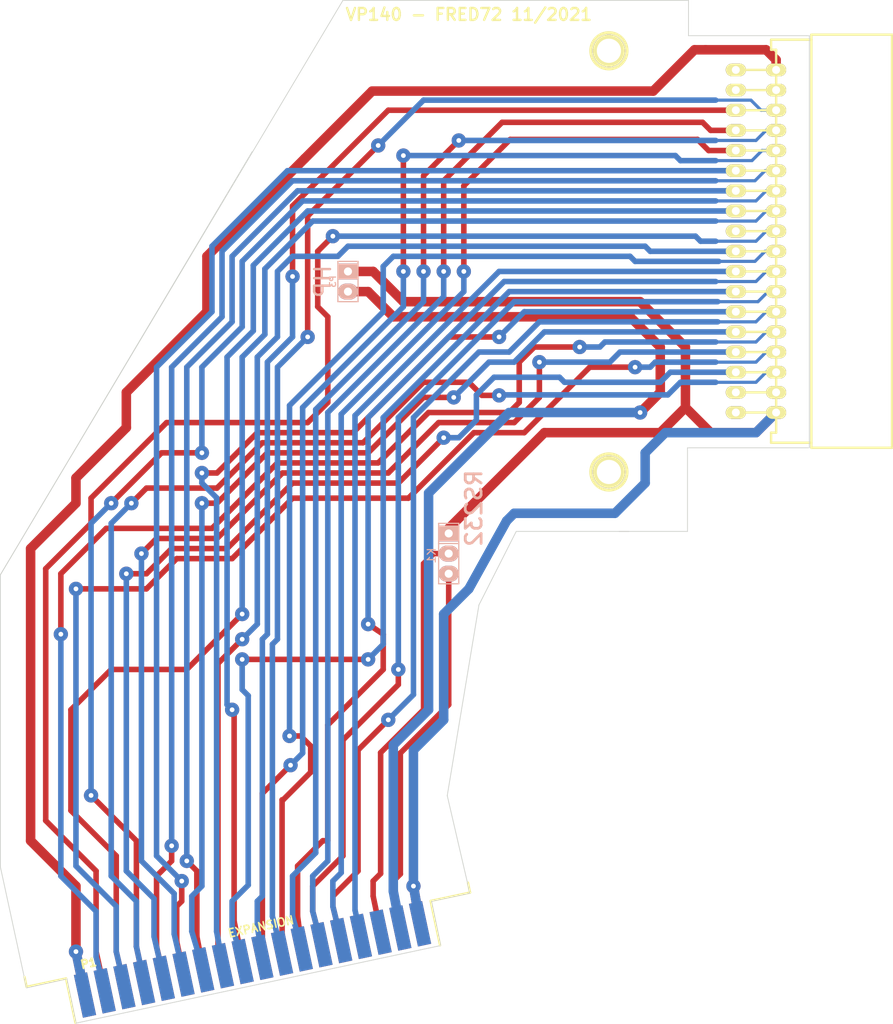
<source format=kicad_pcb>
(kicad_pcb (version 3) (host pcbnew "(2013-07-07 BZR 4022)-stable")

  (general
    (links 36)
    (no_connects 0)
    (area 73.609999 40.716999 186.459001 170.032095)
    (thickness 1.6)
    (drawings 24)
    (tracks 474)
    (zones 0)
    (modules 6)
    (nets 33)
  )

  (page A4)
  (title_block 
    (title "Platine Auxiliaire VP 140")
    (rev 1.2)
  )

  (layers
    (15 Dessus.Cu signal)
    (0 Dessous.Cu signal)
    (16 Dessous.Adhes user)
    (17 Dessus.Adhes user)
    (18 Dessous.Pate user)
    (19 Dessus.Pate user)
    (20 Dessous.SilkS user)
    (21 Dessus.SilkS user)
    (22 Dessous.Masque user)
    (23 Dessus.Masque user)
    (24 Dessin.User user)
    (25 Cmts.User user)
    (26 Eco1.User user)
    (27 Eco2.User user)
    (28 Contours.Ci user)
  )

  (setup
    (last_trace_width 0.254)
    (user_trace_width 0.4)
    (user_trace_width 0.5)
    (user_trace_width 0.7)
    (user_trace_width 1.2)
    (trace_clearance 0.254)
    (zone_clearance 0.508)
    (zone_45_only no)
    (trace_min 0.254)
    (segment_width 0.2)
    (edge_width 0.1)
    (via_size 0.889)
    (via_drill 0.635)
    (via_min_size 0.889)
    (via_min_drill 0.508)
    (user_via 1.8 0.6)
    (uvia_size 0.508)
    (uvia_drill 0.127)
    (uvias_allowed no)
    (uvia_min_size 0.508)
    (uvia_min_drill 0.127)
    (pcb_text_width 0.3)
    (pcb_text_size 1.5 1.5)
    (mod_edge_width 0.3)
    (mod_text_size 1 1)
    (mod_text_width 0.15)
    (pad_size 2 2.5)
    (pad_drill 1.016)
    (pad_to_mask_clearance 0)
    (aux_axis_origin 160.401 40.767)
    (visible_elements 7FFFFFFF)
    (pcbplotparams
      (layerselection 284196865)
      (usegerberextensions true)
      (excludeedgelayer false)
      (linewidth 0.150000)
      (plotframeref false)
      (viasonmask false)
      (mode 1)
      (useauxorigin true)
      (hpglpennumber 1)
      (hpglpenspeed 20)
      (hpglpendiameter 15)
      (hpglpenoverlay 2)
      (psnegative false)
      (psa4output false)
      (plotreference true)
      (plotvalue true)
      (plotothertext true)
      (plotinvisibletext false)
      (padsonsilk false)
      (subtractmaskfromsilk false)
      (outputformat 1)
      (mirror false)
      (drillshape 0)
      (scaleselection 1)
      (outputdirectory gerber/))
  )

  (net 0 "")
  (net 1 /A0)
  (net 2 /A1)
  (net 3 /A10)
  (net 4 /A11)
  (net 5 /A12)
  (net 6 /A2)
  (net 7 /A3)
  (net 8 /A4)
  (net 9 /A5)
  (net 10 /A6)
  (net 11 /A7)
  (net 12 /A8)
  (net 13 /A9)
  (net 14 /D0)
  (net 15 /D1)
  (net 16 /D2)
  (net 17 /D3)
  (net 18 /D4)
  (net 19 /D5)
  (net 20 /D6)
  (net 21 /D7)
  (net 22 /RA13)
  (net 23 /RA14)
  (net 24 /RA15)
  (net 25 /RA16)
  (net 26 /RA17)
  (net 27 /RX_RS232)
  (net 28 /SPK)
  (net 29 /TX_RS232)
  (net 30 /~CSROM)
  (net 31 GND)
  (net 32 VCC)

  (net_class Default "Ceci est la Netclass par défaut"
    (clearance 0.254)
    (trace_width 0.254)
    (via_dia 0.889)
    (via_drill 0.635)
    (uvia_dia 0.508)
    (uvia_drill 0.127)
    (add_net "")
    (add_net /A0)
    (add_net /A1)
    (add_net /A10)
    (add_net /A11)
    (add_net /A12)
    (add_net /A2)
    (add_net /A3)
    (add_net /A4)
    (add_net /A5)
    (add_net /A6)
    (add_net /A7)
    (add_net /A8)
    (add_net /A9)
    (add_net /D0)
    (add_net /D1)
    (add_net /D2)
    (add_net /D3)
    (add_net /D4)
    (add_net /D5)
    (add_net /D6)
    (add_net /D7)
    (add_net /RA13)
    (add_net /RA14)
    (add_net /RA15)
    (add_net /RA16)
    (add_net /RA17)
    (add_net /RX_RS232)
    (add_net /SPK)
    (add_net /TX_RS232)
    (add_net /~CSROM)
    (add_net GND)
    (add_net VCC)
  )

  (module PIN_ARRAY_18X2_MALE (layer Dessus.Cu) (tedit 61A3CCAE) (tstamp 61A13A25)
    (at 107.4 158.625 12)
    (descr "Double rangee de contacts 2 x 12 pins")
    (tags CONN)
    (path /61A3B8AB)
    (fp_text reference P1 (at -22.86 -1.27 12) (layer Dessus.SilkS)
      (effects (font (size 1.016 1.016) (thickness 0.27432)))
    )
    (fp_text value EXPANSION (at -0.635 -1.27 12) (layer Dessus.SilkS)
      (effects (font (size 1.016 1.016) (thickness 0.2032)))
    )
    (fp_line (start -26.035 5.715) (end -26.035 0) (layer Dessus.SilkS) (width 0.3))
    (fp_line (start 20.955 0) (end 26.035 0) (layer Dessus.SilkS) (width 0.3))
    (fp_line (start 26.035 0) (end 26.035 -1.27) (layer Dessus.SilkS) (width 0.3))
    (fp_line (start 20.955 0) (end 20.955 5.715) (layer Dessus.SilkS) (width 0.3))
    (fp_line (start -26.035 0) (end -31.115 0) (layer Dessus.SilkS) (width 0.3))
    (fp_line (start -31.115 0) (end -31.115 -1.27) (layer Dessus.SilkS) (width 0.3))
    (pad 2 connect rect (at -24.13 2.54 12) (size 1.7 5.5)
      (layers Dessous.Cu Dessous.Masque)
      (net 32 VCC)
    )
    (pad 3 connect rect (at -21.59 2.54 12) (size 1.7 5.5)
      (layers Dessus.Cu Dessus.Masque)
      (net 8 /A4)
    )
    (pad 4 connect rect (at -21.59 2.54 12) (size 1.7 5.5)
      (layers Dessous.Cu Dessous.Masque)
      (net 14 /D0)
    )
    (pad 5 connect rect (at -19.05 2.54 12) (size 1.7 5.5)
      (layers Dessus.Cu Dessus.Masque)
      (net 9 /A5)
    )
    (pad 6 connect rect (at -19.05 2.54 12) (size 1.7 5.5)
      (layers Dessous.Cu Dessous.Masque)
      (net 15 /D1)
    )
    (pad 7 connect rect (at -16.51 2.54 12) (size 1.7 5.5)
      (layers Dessus.Cu Dessus.Masque)
      (net 10 /A6)
    )
    (pad 8 connect rect (at -16.51 2.54 12) (size 1.7 5.5)
      (layers Dessous.Cu Dessous.Masque)
      (net 16 /D2)
    )
    (pad 9 connect rect (at -13.97 2.54 12) (size 1.7 5.5)
      (layers Dessus.Cu Dessus.Masque)
      (net 11 /A7)
    )
    (pad 10 connect rect (at -13.97 2.54 12) (size 1.7 5.5)
      (layers Dessous.Cu Dessous.Masque)
      (net 17 /D3)
    )
    (pad 11 connect rect (at -11.43 2.54 12) (size 1.7 5.5)
      (layers *.Mask Dessus.Cu)
      (net 12 /A8)
    )
    (pad 12 connect rect (at -11.43 2.54 12) (size 1.7 5.5)
      (layers Dessous.Cu Dessous.Masque)
      (net 18 /D4)
    )
    (pad 13 connect rect (at -8.89 2.54 12) (size 1.7 5.5)
      (layers Dessus.Cu Dessus.Masque)
      (net 13 /A9)
    )
    (pad 14 connect rect (at -8.89 2.54 12) (size 1.7 5.5)
      (layers Dessous.Cu Dessous.Masque)
      (net 19 /D5)
    )
    (pad 15 connect rect (at -6.35 2.54 12) (size 1.7 5.5)
      (layers Dessus.Cu Dessus.Masque)
      (net 3 /A10)
    )
    (pad 16 connect rect (at -6.35 2.54 12) (size 1.7 5.5)
      (layers Dessous.Cu Dessous.Masque)
      (net 20 /D6)
    )
    (pad 17 connect rect (at -3.81 2.54 12) (size 1.7 5.5)
      (layers Dessus.Cu Dessus.Masque)
      (net 4 /A11)
    )
    (pad 18 connect rect (at -3.81 2.54 12) (size 1.7 5.5)
      (layers Dessous.Cu Dessous.Masque)
      (net 21 /D7)
    )
    (pad 19 connect rect (at -1.27 2.54 12) (size 1.7 5.5)
      (layers Dessus.Cu Dessus.Masque)
      (net 5 /A12)
    )
    (pad 20 connect rect (at -1.27 2.54 12) (size 1.7 5.5)
      (layers Dessous.Cu Dessous.Masque)
      (net 26 /RA17)
    )
    (pad 21 connect rect (at 1.27 2.54 12) (size 1.7 5.5)
      (layers Dessus.Cu Dessus.Masque)
      (net 7 /A3)
    )
    (pad 22 connect rect (at 1.27 2.54 12) (size 1.7 5.5)
      (layers Dessous.Cu Dessous.Masque)
      (net 25 /RA16)
    )
    (pad 23 connect rect (at 3.81 2.54 12) (size 1.7 5.5)
      (layers Dessus.Cu Dessus.Masque)
      (net 6 /A2)
    )
    (pad 24 connect rect (at 3.81 2.54 12) (size 1.7 5.5)
      (layers Dessous.Cu Dessous.Masque)
      (net 24 /RA15)
    )
    (pad 25 connect rect (at 6.35 2.54 12) (size 1.7 5.5)
      (layers *.Mask Dessus.Cu)
      (net 2 /A1)
    )
    (pad 26 connect rect (at 6.35 2.54 12) (size 1.7 5.5)
      (layers Dessous.Cu Dessous.Masque)
      (net 23 /RA14)
    )
    (pad 27 connect rect (at 8.89 2.54 12) (size 1.7 5.5)
      (layers *.Mask Dessus.Cu)
      (net 1 /A0)
    )
    (pad 28 connect rect (at 8.89 2.54 12) (size 1.7 5.5)
      (layers Dessous.Cu Dessous.Masque)
      (net 22 /RA13)
    )
    (pad 29 connect rect (at 11.43 2.54 12) (size 1.7 5.5)
      (layers Dessus.Cu Dessus.Masque)
    )
    (pad 30 connect rect (at 11.43 2.54 12) (size 1.7 5.5)
      (layers Dessous.Cu Dessous.Masque)
      (net 30 /~CSROM)
    )
    (pad 31 connect rect (at 13.97 2.54 12) (size 1.7 5.5)
      (layers Dessus.Cu Dessus.Masque)
      (net 29 /TX_RS232)
    )
    (pad 32 connect rect (at 13.97 2.54 12) (size 1.7 5.5)
      (layers Dessous.Cu Dessous.Masque)
    )
    (pad 33 connect rect (at 16.51 2.54 12) (size 1.7 5.5)
      (layers Dessus.Cu Dessus.Masque)
      (net 27 /RX_RS232)
    )
    (pad 34 connect rect (at 16.51 2.54 12) (size 1.7 5.5)
      (layers Dessous.Cu Dessous.Masque)
      (net 28 /SPK)
    )
    (pad 35 connect rect (at 19.05 2.54 12) (size 1.7 5.5)
      (layers Dessus.Cu Dessus.Masque)
      (net 31 GND)
    )
    (pad 36 connect rect (at 19.05 2.54 12) (size 1.7 5.5)
      (layers Dessous.Cu Dessous.Masque)
      (net 31 GND)
    )
    (pad 1 connect rect (at -24.13 2.54 12) (size 1.7 5.5)
      (layers Dessus.Cu Dessus.Masque)
      (net 32 VCC)
    )
    (model pin_array/pins_array_20x2.wrl
      (at (xyz 0 0 0))
      (scale (xyz 1 1 1))
      (rotate (xyz 0 0 0))
    )
  )

  (module EDGE_Connector_36p (layer Dessus.Cu) (tedit 61A14AE9) (tstamp 61A13A62)
    (at 168.91 71.12 270)
    (path /61A13937)
    (fp_text reference P2 (at 0 -15.24 270) (layer Dessus.SilkS) hide
      (effects (font (size 1 1) (thickness 0.15)))
    )
    (fp_text value CARTOUCHE (at 0 -11.43 270) (layer Dessus.SilkS) hide
      (effects (font (size 1.2 1.5) (thickness 0.2)))
    )
    (fp_line (start -19.05 -2.54) (end -19.05 2.54) (layer Dessus.SilkS) (width 0.3))
    (fp_line (start -16.51 -2.54) (end -16.51 2.54) (layer Dessus.SilkS) (width 0.3))
    (fp_line (start -13.97 2.54) (end -13.97 -2.54) (layer Dessus.SilkS) (width 0.3))
    (fp_line (start -11.43 -2.54) (end -11.43 2.54) (layer Dessus.SilkS) (width 0.3))
    (fp_line (start -8.89 2.54) (end -8.89 -2.54) (layer Dessus.SilkS) (width 0.3))
    (fp_line (start -1.27 -2.54) (end -1.27 2.54) (layer Dessus.SilkS) (width 0.3))
    (fp_line (start 1.27 -2.54) (end 1.27 2.54) (layer Dessus.SilkS) (width 0.3))
    (fp_line (start -6.35 2.54) (end -6.35 -2.54) (layer Dessus.SilkS) (width 0.3))
    (fp_line (start -3.81 -2.54) (end -3.81 2.54) (layer Dessus.SilkS) (width 0.3))
    (fp_line (start 3.81 2.54) (end 3.81 -2.54) (layer Dessus.SilkS) (width 0.3))
    (fp_line (start 6.35 -2.54) (end 6.35 2.54) (layer Dessus.SilkS) (width 0.3))
    (fp_line (start 8.89 2.54) (end 8.89 -2.54) (layer Dessus.SilkS) (width 0.3))
    (fp_line (start 11.43 -2.54) (end 11.43 2.54) (layer Dessus.SilkS) (width 0.3))
    (fp_line (start 13.97 2.54) (end 13.97 -2.54) (layer Dessus.SilkS) (width 0.3))
    (fp_line (start 16.51 -2.54) (end 16.51 2.54) (layer Dessus.SilkS) (width 0.3))
    (fp_line (start 19.05 2.54) (end 19.05 -2.54) (layer Dessus.SilkS) (width 0.3))
    (fp_line (start 21.59 -2.54) (end 21.59 2.54) (layer Dessus.SilkS) (width 0.3))
    (fp_line (start -21.59 -2.54) (end -21.59 2.54) (layer Dessus.SilkS) (width 0.3))
    (fp_line (start -25.4 -1.905) (end -24.13 -1.905) (layer Dessus.SilkS) (width 0.3))
    (fp_line (start -24.13 -1.905) (end -24.13 -2.54) (layer Dessus.SilkS) (width 0.3))
    (fp_line (start -24.13 -2.54) (end 24.13 -2.54) (layer Dessus.SilkS) (width 0.3))
    (fp_line (start 24.13 -2.54) (end 24.13 -1.905) (layer Dessus.SilkS) (width 0.3))
    (fp_line (start 24.13 -1.905) (end 25.4 -1.905) (layer Dessus.SilkS) (width 0.3))
    (fp_line (start 26.035 -6.985) (end 26.035 -17.145) (layer Dessus.SilkS) (width 0.3))
    (fp_line (start 25.4 -6.985) (end 25.4 -1.905) (layer Dessus.SilkS) (width 0.3))
    (fp_line (start -26.035 -6.985) (end -26.035 -17.145) (layer Dessus.SilkS) (width 0.3))
    (fp_line (start -25.4 -6.985) (end -25.4 -1.905) (layer Dessus.SilkS) (width 0.3))
    (fp_line (start -26.035 -6.985) (end 26.035 -6.985) (layer Dessus.SilkS) (width 0.3))
    (fp_line (start -26.035 -17.145) (end 26.035 -17.145) (layer Dessus.SilkS) (width 0.3))
    (pad 1 thru_hole oval (at -21.59 -2.54 270) (size 1.6 2.54) (drill 1)
      (layers *.Cu *.Mask Dessus.SilkS)
      (net 32 VCC)
    )
    (pad 2 thru_hole oval (at -21.59 2.54 270) (size 1.6 2.54) (drill 1)
      (layers *.Cu *.Mask Dessus.SilkS)
    )
    (pad 3 thru_hole oval (at -19.05 -2.54 270) (size 1.6 2.54) (drill 1)
      (layers *.Cu *.Mask Dessus.SilkS)
    )
    (pad 4 thru_hole oval (at -19.05 2.54 270) (size 1.6 2.54) (drill 1)
      (layers *.Cu *.Mask Dessus.SilkS)
    )
    (pad 5 thru_hole oval (at -16.51 -2.54 270) (size 1.6 2.54) (drill 1)
      (layers *.Cu *.Mask Dessus.SilkS)
      (net 25 /RA16)
    )
    (pad 6 thru_hole oval (at -16.51 2.54 270) (size 1.6 2.54) (drill 1)
      (layers *.Cu *.Mask Dessus.SilkS)
      (net 26 /RA17)
    )
    (pad 7 thru_hole oval (at -13.97 -2.54 270) (size 1.6 2.54) (drill 1)
      (layers *.Cu *.Mask Dessus.SilkS)
      (net 24 /RA15)
    )
    (pad 8 thru_hole oval (at -13.97 2.54 270) (size 1.6 2.54) (drill 1)
      (layers *.Cu *.Mask Dessus.SilkS)
      (net 23 /RA14)
    )
    (pad 9 thru_hole oval (at -11.43 -2.54 270) (size 1.6 2.54) (drill 1)
      (layers *.Cu *.Mask Dessus.SilkS)
      (net 5 /A12)
    )
    (pad 10 thru_hole oval (at -11.43 2.54 270) (size 1.6 2.54) (drill 1)
      (layers *.Cu *.Mask Dessus.SilkS)
      (net 22 /RA13)
    )
    (pad 11 thru_hole oval (at -8.89 -2.54 270) (size 1.6 2.54) (drill 1)
      (layers *.Cu *.Mask Dessus.SilkS)
      (net 11 /A7)
    )
    (pad 12 thru_hole oval (at -8.89 2.54 270) (size 1.6 2.54) (drill 1)
      (layers *.Cu *.Mask Dessus.SilkS)
      (net 12 /A8)
    )
    (pad 13 thru_hole oval (at -6.35 -2.54 270) (size 1.6 2.54) (drill 1)
      (layers *.Cu *.Mask Dessus.SilkS)
      (net 10 /A6)
    )
    (pad 14 thru_hole oval (at -6.35 2.54 270) (size 1.6 2.54) (drill 1)
      (layers *.Cu *.Mask Dessus.SilkS)
      (net 13 /A9)
    )
    (pad 15 thru_hole oval (at -3.81 -2.54 270) (size 1.6 2.54) (drill 1)
      (layers *.Cu *.Mask Dessus.SilkS)
      (net 9 /A5)
    )
    (pad 16 thru_hole oval (at -3.81 2.54 270) (size 1.6 2.54) (drill 1)
      (layers *.Cu *.Mask Dessus.SilkS)
      (net 4 /A11)
    )
    (pad 17 thru_hole oval (at -1.27 -2.54 270) (size 1.6 2.54) (drill 1)
      (layers *.Cu *.Mask Dessus.SilkS)
      (net 8 /A4)
    )
    (pad 18 thru_hole oval (at -1.27 2.54 270) (size 1.6 2.54) (drill 1)
      (layers *.Cu *.Mask Dessus.SilkS)
    )
    (pad 19 thru_hole oval (at 1.27 -2.54 270) (size 1.6 2.54) (drill 1)
      (layers *.Cu *.Mask Dessus.SilkS)
      (net 7 /A3)
    )
    (pad 20 thru_hole oval (at 1.27 2.54 270) (size 1.6 2.54) (drill 1)
      (layers *.Cu *.Mask Dessus.SilkS)
      (net 3 /A10)
    )
    (pad 21 thru_hole oval (at 3.81 -2.54 270) (size 1.6 2.54) (drill 1)
      (layers *.Cu *.Mask Dessus.SilkS)
      (net 6 /A2)
    )
    (pad 22 thru_hole oval (at 3.81 2.54 270) (size 1.6 2.54) (drill 1)
      (layers *.Cu *.Mask Dessus.SilkS)
      (net 30 /~CSROM)
    )
    (pad 23 thru_hole oval (at 6.35 -2.54 270) (size 1.6 2.54) (drill 1)
      (layers *.Cu *.Mask Dessus.SilkS)
      (net 2 /A1)
    )
    (pad 25 thru_hole oval (at 8.89 -2.54 270) (size 1.6 2.54) (drill 1)
      (layers *.Cu *.Mask Dessus.SilkS)
      (net 1 /A0)
    )
    (pad 24 thru_hole oval (at 6.35 2.54 270) (size 1.6 2.54) (drill 1)
      (layers *.Cu *.Mask Dessus.SilkS)
      (net 21 /D7)
    )
    (pad 26 thru_hole oval (at 8.89 2.54 270) (size 1.6 2.54) (drill 1)
      (layers *.Cu *.Mask Dessus.SilkS)
      (net 20 /D6)
    )
    (pad 27 thru_hole oval (at 11.43 -2.54 270) (size 1.6 2.54) (drill 1)
      (layers *.Cu *.Mask Dessus.SilkS)
      (net 14 /D0)
    )
    (pad 28 thru_hole oval (at 11.43 2.54 270) (size 1.6 2.54) (drill 1)
      (layers *.Cu *.Mask Dessus.SilkS)
      (net 19 /D5)
    )
    (pad 29 thru_hole oval (at 13.97 -2.54 270) (size 1.6 2.54) (drill 1)
      (layers *.Cu *.Mask Dessus.SilkS)
      (net 15 /D1)
    )
    (pad 30 thru_hole oval (at 13.97 2.54 270) (size 1.6 2.54) (drill 1)
      (layers *.Cu *.Mask Dessus.SilkS)
      (net 18 /D4)
    )
    (pad 31 thru_hole oval (at 16.51 -2.54 270) (size 1.6 2.54) (drill 1)
      (layers *.Cu *.Mask Dessus.SilkS)
      (net 16 /D2)
    )
    (pad 32 thru_hole oval (at 16.51 2.54 270) (size 1.6 2.54) (drill 1)
      (layers *.Cu *.Mask Dessus.SilkS)
      (net 17 /D3)
    )
    (pad 33 thru_hole oval (at 19.05 -2.54 270) (size 1.6 2.54) (drill 1)
      (layers *.Cu *.Mask Dessus.SilkS)
    )
    (pad 34 thru_hole oval (at 19.05 2.54 270) (size 1.6 2.54) (drill 1)
      (layers *.Cu *.Mask Dessus.SilkS)
    )
    (pad 35 thru_hole oval (at 21.59 -2.54 270) (size 1.6 2.54) (drill 1)
      (layers *.Cu *.Mask Dessus.SilkS)
      (net 31 GND)
    )
    (pad 36 thru_hole oval (at 21.59 2.54 270) (size 1.6 2.54) (drill 1)
      (layers *.Cu *.Mask Dessus.SilkS)
    )
  )

  (module PIN_ARRAY_3X1 (layer Dessous.Cu) (tedit 61A92941) (tstamp 61A3B949)
    (at 130.175 110.49 270)
    (descr "Connecteur 3 pins")
    (tags "CONN DEV")
    (path /61A3BA1A)
    (fp_text reference K1 (at 0.254 2.159 270) (layer Dessous.SilkS)
      (effects (font (size 1.016 1.016) (thickness 0.1524)) (justify mirror))
    )
    (fp_text value RS232 (at 0 2.159 270) (layer Dessous.SilkS) hide
      (effects (font (size 1.016 1.016) (thickness 0.1524)) (justify mirror))
    )
    (fp_line (start -3.81 -1.27) (end -3.81 1.27) (layer Dessous.SilkS) (width 0.1524))
    (fp_line (start -3.81 1.27) (end 3.81 1.27) (layer Dessous.SilkS) (width 0.1524))
    (fp_line (start 3.81 1.27) (end 3.81 -1.27) (layer Dessous.SilkS) (width 0.1524))
    (fp_line (start 3.81 -1.27) (end -3.81 -1.27) (layer Dessous.SilkS) (width 0.1524))
    (fp_line (start -1.27 1.27) (end -1.27 -1.27) (layer Dessous.SilkS) (width 0.1524))
    (pad 1 thru_hole rect (at -2.54 0 270) (size 2 2.5) (drill 1.016)
      (layers *.Cu *.Mask Dessous.SilkS)
      (net 31 GND)
    )
    (pad 2 thru_hole oval (at 0 0 270) (size 2 2.5) (drill 1.016)
      (layers *.Cu *.Mask Dessous.SilkS)
      (net 29 /TX_RS232)
    )
    (pad 3 thru_hole oval (at 2.54 0 270) (size 2 2.5) (drill 1.016)
      (layers *.Cu *.Mask Dessous.SilkS)
      (net 27 /RX_RS232)
    )
    (model pin_array/pins_array_3x1.wrl
      (at (xyz 0 0 0))
      (scale (xyz 1 1 1))
      (rotate (xyz 0 0 0))
    )
  )

  (module PIN_ARRAY_2X1 (layer Dessous.Cu) (tedit 61A9292D) (tstamp 61A92932)
    (at 117.475 76.2 270)
    (descr "Connecteurs 2 pins")
    (tags "CONN DEV")
    (path /61A3BA33)
    (fp_text reference P3 (at 0 1.905 270) (layer Dessous.SilkS)
      (effects (font (size 0.762 0.762) (thickness 0.1524)) (justify mirror))
    )
    (fp_text value SPEAKER (at 0 1.905 270) (layer Dessous.SilkS) hide
      (effects (font (size 0.762 0.762) (thickness 0.1524)) (justify mirror))
    )
    (fp_line (start -2.54 -1.27) (end -2.54 1.27) (layer Dessous.SilkS) (width 0.1524))
    (fp_line (start -2.54 1.27) (end 2.54 1.27) (layer Dessous.SilkS) (width 0.1524))
    (fp_line (start 2.54 1.27) (end 2.54 -1.27) (layer Dessous.SilkS) (width 0.1524))
    (fp_line (start 2.54 -1.27) (end -2.54 -1.27) (layer Dessous.SilkS) (width 0.1524))
    (pad 1 thru_hole rect (at -1.27 0 270) (size 2 2.5) (drill 1.016)
      (layers *.Cu *.Mask Dessous.SilkS)
      (net 31 GND)
    )
    (pad 2 thru_hole oval (at 1.27 0 270) (size 2 2.5) (drill 1.016)
      (layers *.Cu *.Mask Dessous.SilkS)
      (net 28 /SPK)
    )
    (model pin_array/pins_array_2x1.wrl
      (at (xyz 0 0 0))
      (scale (xyz 1 1 1))
      (rotate (xyz 0 0 0))
    )
  )

  (module 1pin (layer Dessus.Cu) (tedit 62C1B4FA) (tstamp 62C224EB)
    (at 150.368 100.203)
    (descr "module 1 pin (ou trou mecanique de percage)")
    (tags DEV)
    (path 1pin)
    (fp_text reference 1PIN (at 0 -3.048) (layer Dessus.SilkS) hide
      (effects (font (size 1.016 1.016) (thickness 0.254)))
    )
    (fp_text value P*** (at 0 2.794) (layer Dessus.SilkS) hide
      (effects (font (size 1.016 1.016) (thickness 0.254)))
    )
    (fp_circle (center 0 0) (end 0 -2.286) (layer Dessus.SilkS) (width 0.381))
    (pad 1 thru_hole circle (at 0 0) (size 4.064 4.064) (drill 3.048)
      (layers *.Cu *.Mask Dessus.SilkS)
    )
  )

  (module 1pin (layer Dessus.Cu) (tedit 62C1B4F5) (tstamp 62C22502)
    (at 150.368 47.117)
    (descr "module 1 pin (ou trou mecanique de percage)")
    (tags DEV)
    (path 1pin)
    (fp_text reference 1PIN (at 0 -3.048) (layer Dessus.SilkS) hide
      (effects (font (size 1.016 1.016) (thickness 0.254)))
    )
    (fp_text value P*** (at 0 2.794) (layer Dessus.SilkS) hide
      (effects (font (size 1.016 1.016) (thickness 0.254)))
    )
    (fp_circle (center 0 0) (end 0 -2.286) (layer Dessus.SilkS) (width 0.381))
    (pad 1 thru_hole circle (at 0 0) (size 4.064 4.064) (drill 3.048)
      (layers *.Cu *.Mask Dessus.SilkS)
    )
  )

  (gr_line (start 73.66 149.987) (end 73.66 113.157) (angle 90) (layer Contours.Ci) (width 0.1))
  (gr_line (start 73.66 149.987) (end 76.962 165.227) (angle 90) (layer Contours.Ci) (width 0.1))
  (gr_line (start 133.985 116.967) (end 129.9845 141.0335) (angle 90) (layer Contours.Ci) (width 0.1))
  (gr_line (start 129.9845 140.97) (end 132.842 153.289) (angle 90) (layer Contours.Ci) (width 0.1))
  (gr_text RS232 (at 133.35 104.775 90) (layer Dessous.SilkS)
    (effects (font (size 2 2) (thickness 0.35)) (justify mirror))
  )
  (gr_text HP (at 114.3 76.2 90) (layer Dessous.SilkS)
    (effects (font (size 2 2) (thickness 0.305)) (justify mirror))
  )
  (gr_text "VP140 - FRED72 11/2021" (at 132.715 42.545) (layer Dessus.SilkS)
    (effects (font (size 1.5 1.5) (thickness 0.3)))
  )
  (gr_line (start 131.191 40.767) (end 116.84 40.767) (angle 90) (layer Contours.Ci) (width 0.1))
  (gr_line (start 152.908 107.696) (end 138.684 107.696) (angle 90) (layer Contours.Ci) (width 0.1))
  (gr_line (start 175.641 45.212) (end 160.401 45.212) (angle 90) (layer Contours.Ci) (width 0.1))
  (gr_line (start 175.641 45.212) (end 175.641 97.155) (angle 90) (layer Contours.Ci) (width 0.1))
  (gr_line (start 160.401 40.767) (end 129.921 40.767) (angle 90) (layer Contours.Ci) (width 0.1))
  (gr_line (start 160.401 45.212) (end 160.401 40.767) (angle 90) (layer Contours.Ci) (width 0.1))
  (gr_line (start 138.684 107.696) (end 133.985 116.967) (angle 90) (layer Contours.Ci) (width 0.1))
  (gr_line (start 160.274 107.696) (end 151.638 107.696) (angle 90) (layer Contours.Ci) (width 0.1))
  (gr_line (start 160.274 97.155) (end 160.274 107.696) (angle 90) (layer Contours.Ci) (width 0.1))
  (gr_line (start 175.514 97.155) (end 160.274 97.155) (angle 90) (layer Contours.Ci) (width 0.1))
  (gr_line (start 128.016 154.305) (end 132.842 153.289) (angle 90) (layer Contours.Ci) (width 0.1))
  (gr_line (start 129.159 159.893) (end 128.016 154.305) (angle 90) (layer Contours.Ci) (width 0.1))
  (gr_line (start 83.185 169.672) (end 129.159 159.893) (angle 90) (layer Contours.Ci) (width 0.1))
  (gr_line (start 82.042 164.084) (end 83.185 169.672) (angle 90) (layer Contours.Ci) (width 0.1))
  (gr_line (start 76.962 165.227) (end 82.042 164.084) (angle 90) (layer Contours.Ci) (width 0.1))
  (gr_line (start 73.66 113.157) (end 116.84 40.767) (angle 90) (layer Contours.Ci) (width 0.1))
  (gr_line (start 105.41 59.817) (end 73.66 113.157) (angle 90) (layer Contours.Ci) (width 0.1))

  (segment (start 137.795 85.09) (end 133.985 85.09) (width 0.7) (layer Dessous.Cu) (net 1))
  (segment (start 133.985 85.09) (end 125.73 93.345) (width 0.7) (layer Dessous.Cu) (net 1) (tstamp 61A927CC))
  (segment (start 164.084 81.28) (end 141.605 81.28) (width 0.7) (layer Dessous.Cu) (net 1))
  (segment (start 141.605 81.28) (end 137.795 85.09) (width 0.7) (layer Dessous.Cu) (net 1) (tstamp 61A92563))
  (segment (start 115.57 154.94) (end 116.623828 159.26116) (width 0.7) (layer Dessus.Cu) (net 1) (tstamp 61A922E3) (status 20))
  (segment (start 118.745 135.255) (end 118.745 150.495) (width 0.7) (layer Dessus.Cu) (net 1))
  (segment (start 115.57 153.67) (end 115.57 154.94) (width 0.7) (layer Dessus.Cu) (net 1) (tstamp 61A922BF))
  (segment (start 118.745 150.495) (end 115.57 153.67) (width 0.7) (layer Dessus.Cu) (net 1) (tstamp 61A922BE))
  (segment (start 125.73 93.345) (end 125.73 128.27) (width 0.7) (layer Dessous.Cu) (net 1))
  (segment (start 122.555 131.445) (end 118.745 135.255) (width 0.7) (layer Dessus.Cu) (net 1) (tstamp 61A91421))
  (via (at 122.555 131.445) (size 1.8) (drill 0.6) (layers Dessus.Cu Dessous.Cu) (net 1))
  (segment (start 125.73 128.27) (end 122.555 131.445) (width 0.7) (layer Dessous.Cu) (net 1) (tstamp 61A9141E))
  (segment (start 171.45 80.01) (end 170.18 80.01) (width 0.4) (layer Dessous.Cu) (net 1) (status 30))
  (segment (start 168.91 81.28) (end 164.084 81.28) (width 0.4) (layer Dessous.Cu) (net 1) (tstamp 61A8D8CE))
  (segment (start 170.18 80.01) (end 168.91 81.28) (width 0.4) (layer Dessous.Cu) (net 1) (tstamp 61A8D8CD) (status 10))
  (segment (start 164.084 78.74) (end 138.43 78.74) (width 0.7) (layer Dessous.Cu) (net 2))
  (segment (start 138.43 78.74) (end 123.825 93.345) (width 0.7) (layer Dessous.Cu) (net 2) (tstamp 61A92571))
  (segment (start 113.03 155.575) (end 114.139333 159.789256) (width 0.7) (layer Dessus.Cu) (net 2) (tstamp 61A922DF) (status 20))
  (segment (start 116.84 133.985) (end 116.84 148.59) (width 0.7) (layer Dessus.Cu) (net 2))
  (segment (start 116.84 148.59) (end 113.03 152.4) (width 0.7) (layer Dessus.Cu) (net 2) (tstamp 61A922C5))
  (segment (start 113.03 152.4) (end 113.03 155.575) (width 0.7) (layer Dessus.Cu) (net 2) (tstamp 61A922C6))
  (segment (start 123.825 93.345) (end 123.825 125.095) (width 0.7) (layer Dessous.Cu) (net 2) (tstamp 61A91BA8))
  (via (at 123.825 125.095) (size 1.8) (drill 0.6) (layers Dessus.Cu Dessous.Cu) (net 2))
  (segment (start 123.825 127) (end 123.825 125.095) (width 0.7) (layer Dessus.Cu) (net 2) (tstamp 61A91417))
  (segment (start 116.84 133.985) (end 123.825 127) (width 0.7) (layer Dessus.Cu) (net 2) (tstamp 61A91415))
  (segment (start 171.45 77.47) (end 170.434 77.47) (width 0.4) (layer Dessous.Cu) (net 2) (status 30))
  (segment (start 169.164 78.74) (end 164.084 78.74) (width 0.4) (layer Dessous.Cu) (net 2) (tstamp 61A8D902))
  (segment (start 170.434 77.47) (end 169.164 78.74) (width 0.4) (layer Dessous.Cu) (net 2) (tstamp 61A8D901) (status 10))
  (segment (start 154.94 71.755) (end 117.475 71.755) (width 0.7) (layer Dessous.Cu) (net 3))
  (segment (start 117.475 71.755) (end 116.205 73.025) (width 0.7) (layer Dessous.Cu) (net 3) (tstamp 61A9269D))
  (segment (start 166.37 72.39) (end 155.575 72.39) (width 0.7) (layer Dessous.Cu) (net 3) (status 10))
  (segment (start 155.575 72.39) (end 154.94 71.755) (width 0.7) (layer Dessous.Cu) (net 3) (tstamp 61A92508))
  (segment (start 116.205 73.025) (end 110.49 73.025) (width 0.7) (layer Dessous.Cu) (net 3) (tstamp 61A9269F))
  (segment (start 108.585 74.93) (end 108.585 83.185) (width 0.7) (layer Dessous.Cu) (net 3) (tstamp 61A9198C))
  (segment (start 110.49 73.025) (end 108.585 74.93) (width 0.7) (layer Dessous.Cu) (net 3) (tstamp 61A920D3))
  (segment (start 106.045 119.38) (end 106.045 85.725) (width 0.7) (layer Dessous.Cu) (net 3))
  (segment (start 106.045 85.725) (end 108.585 83.185) (width 0.7) (layer Dessous.Cu) (net 3) (tstamp 61A9193A))
  (segment (start 104.14 121.285) (end 106.045 119.38) (width 0.7) (layer Dessous.Cu) (net 3) (tstamp 61A91838))
  (via (at 104.14 121.285) (size 1.8) (drill 0.6) (layers Dessus.Cu Dessous.Cu) (net 3))
  (segment (start 101.092 124.333) (end 104.14 121.285) (width 0.7) (layer Dessus.Cu) (net 3) (tstamp 61A91835))
  (segment (start 101.092 161.804876) (end 101.716858 162.429734) (width 0.7) (layer Dessus.Cu) (net 3) (tstamp 61A88085) (status 30))
  (segment (start 101.092 124.333) (end 101.092 161.804876) (width 0.7) (layer Dessus.Cu) (net 3) (tstamp 61A8DA86) (status 20))
  (segment (start 166.37 67.31) (end 112.395 67.31) (width 0.7) (layer Dessous.Cu) (net 4) (status 10))
  (segment (start 112.395 67.31) (end 105.539985 74.165015) (width 0.7) (layer Dessous.Cu) (net 4) (tstamp 61A92594))
  (segment (start 103.124 156.845) (end 104.201353 161.901638) (width 0.7) (layer Dessus.Cu) (net 4) (tstamp 61A922AA) (status 20))
  (segment (start 103.124 156.845) (end 103.124 130.429) (width 0.7) (layer Dessus.Cu) (net 4) (tstamp 61A922A8))
  (via (at 102.87 130.175) (size 1.8) (drill 0.6) (layers Dessus.Cu Dessous.Cu) (net 4))
  (segment (start 103.124 130.429) (end 102.87 130.175) (width 0.7) (layer Dessus.Cu) (net 4) (tstamp 61A91ADC))
  (segment (start 102.87 130.175) (end 102.235 129.54) (width 0.7) (layer Dessous.Cu) (net 4) (tstamp 61A91AE0))
  (segment (start 105.539985 82.420015) (end 102.235 85.725) (width 0.7) (layer Dessous.Cu) (net 4))
  (segment (start 105.539985 74.165015) (end 105.539985 82.420015) (width 0.7) (layer Dessous.Cu) (net 4) (tstamp 61A914FD))
  (segment (start 102.235 85.725) (end 102.235 129.54) (width 0.7) (layer Dessous.Cu) (net 4) (tstamp 61A91806))
  (segment (start 124.46 74.93) (end 124.46 79.375) (width 0.7) (layer Dessous.Cu) (net 5))
  (segment (start 124.46 79.375) (end 111.76 92.075) (width 0.7) (layer Dessous.Cu) (net 5) (tstamp 61A926D3))
  (segment (start 163.83 60.96) (end 159.385 60.96) (width 0.7) (layer Dessous.Cu) (net 5))
  (segment (start 159.385 60.96) (end 158.75 60.325) (width 0.7) (layer Dessous.Cu) (net 5) (tstamp 61A92512))
  (segment (start 124.46 60.325) (end 124.46 74.93) (width 0.7) (layer Dessus.Cu) (net 5))
  (via (at 124.46 74.93) (size 1.8) (drill 0.6) (layers Dessus.Cu Dessous.Cu) (net 5))
  (segment (start 124.46 60.325) (end 158.75 60.325) (width 0.7) (layer Dessous.Cu) (net 5) (tstamp 61A91FD8))
  (via (at 124.46 60.325) (size 1.8) (drill 0.6) (layers Dessus.Cu Dessous.Cu) (net 5))
  (segment (start 111.76 135.636) (end 111.76 92.075) (width 0.7) (layer Dessous.Cu) (net 5))
  (segment (start 106.685848 140.710152) (end 110.236 137.16) (width 0.7) (layer Dessus.Cu) (net 5) (tstamp 61A8E61D))
  (via (at 110.236 137.16) (size 1.8) (drill 0.6) (layers Dessus.Cu Dessous.Cu) (net 5))
  (segment (start 110.236 137.16) (end 111.76 135.636) (width 0.7) (layer Dessous.Cu) (net 5) (tstamp 61A8E620))
  (segment (start 106.685848 161.373543) (end 106.685848 140.710152) (width 0.7) (layer Dessus.Cu) (net 5) (status 10))
  (segment (start 169.672 59.69) (end 168.402 60.96) (width 0.4) (layer Dessous.Cu) (net 5) (tstamp 61A88122))
  (segment (start 163.83 60.96) (end 168.402 60.96) (width 0.4) (layer Dessous.Cu) (net 5) (tstamp 61A91FE0))
  (segment (start 171.45 59.69) (end 169.672 59.69) (width 0.4) (layer Dessous.Cu) (net 5) (status 10))
  (segment (start 120.015 93.345) (end 137.16 76.2) (width 0.7) (layer Dessous.Cu) (net 6))
  (segment (start 163.83 76.2) (end 137.16 76.2) (width 0.7) (layer Dessous.Cu) (net 6))
  (segment (start 171.45 74.93) (end 170.18 74.93) (width 0.4) (layer Dessous.Cu) (net 6) (status 30))
  (segment (start 168.91 76.2) (end 163.83 76.2) (width 0.4) (layer Dessous.Cu) (net 6) (tstamp 61A90215))
  (segment (start 170.18 74.93) (end 168.91 76.2) (width 0.4) (layer Dessous.Cu) (net 6) (tstamp 61A90214) (status 10))
  (segment (start 114.935 146.685) (end 114.3 146.685) (width 0.7) (layer Dessus.Cu) (net 6))
  (segment (start 111.125 149.86) (end 111.125 156.21) (width 0.7) (layer Dessus.Cu) (net 6) (tstamp 61A9239C))
  (segment (start 114.3 146.685) (end 111.125 149.86) (width 0.7) (layer Dessus.Cu) (net 6) (tstamp 61A9239B))
  (segment (start 111.654838 160.317351) (end 111.125 156.21) (width 0.7) (layer Dessus.Cu) (net 6) (tstamp 61A92391) (status 10))
  (segment (start 120.015 119.38) (end 120.015 93.345) (width 0.7) (layer Dessous.Cu) (net 6))
  (segment (start 114.935 146.685) (end 114.935 132.08) (width 0.7) (layer Dessus.Cu) (net 6))
  (segment (start 114.935 132.08) (end 121.92 125.095) (width 0.7) (layer Dessus.Cu) (net 6) (tstamp 61A9140D))
  (via (at 120.015 119.38) (size 1.8) (drill 0.6) (layers Dessus.Cu Dessous.Cu) (net 6))
  (segment (start 120.015 119.38) (end 121.92 120.65) (width 0.7) (layer Dessus.Cu) (net 6) (tstamp 61A913F9))
  (segment (start 121.92 120.65) (end 121.92 125.095) (width 0.7) (layer Dessus.Cu) (net 6) (tstamp 61A913FA))
  (segment (start 121.92 74.295) (end 121.92 80.01) (width 0.7) (layer Dessous.Cu) (net 7))
  (segment (start 110.109 91.821) (end 110.109 133.477) (width 0.7) (layer Dessous.Cu) (net 7) (tstamp 61A926E1))
  (segment (start 121.92 80.01) (end 110.109 91.821) (width 0.7) (layer Dessous.Cu) (net 7) (tstamp 61A926E0))
  (segment (start 121.92 74.295) (end 123.19 73.025) (width 0.7) (layer Dessous.Cu) (net 7))
  (segment (start 153.035 73.025) (end 123.19 73.025) (width 0.7) (layer Dessous.Cu) (net 7))
  (segment (start 164.211 73.66) (end 153.67 73.66) (width 0.7) (layer Dessous.Cu) (net 7))
  (segment (start 153.67 73.66) (end 153.035 73.025) (width 0.7) (layer Dessous.Cu) (net 7) (tstamp 61A9250C))
  (segment (start 171.45 72.39) (end 170.053 72.39) (width 0.4) (layer Dessous.Cu) (net 7) (status 10))
  (segment (start 168.783 73.66) (end 164.211 73.66) (width 0.4) (layer Dessous.Cu) (net 7) (tstamp 61A880F3))
  (segment (start 170.053 72.39) (end 168.783 73.66) (width 0.4) (layer Dessous.Cu) (net 7) (tstamp 61A880F2))
  (segment (start 109.170343 141.527657) (end 109.297343 141.527657) (width 0.7) (layer Dessus.Cu) (net 7))
  (via (at 110.109 133.477) (size 1.8) (drill 0.6) (layers Dessus.Cu Dessous.Cu) (net 7))
  (segment (start 109.170343 160.845447) (end 109.170343 141.527657) (width 0.7) (layer Dessus.Cu) (net 7) (status 10))
  (segment (start 109.297343 141.527657) (end 112.776 138.049) (width 0.7) (layer Dessus.Cu) (net 7) (tstamp 61A8E615))
  (segment (start 112.776 138.049) (end 112.776 134.747) (width 0.7) (layer Dessus.Cu) (net 7) (tstamp 61A8E616))
  (segment (start 112.776 134.747) (end 111.506 133.477) (width 0.7) (layer Dessus.Cu) (net 7) (tstamp 61A8E618))
  (segment (start 111.506 133.477) (end 110.109 133.477) (width 0.7) (layer Dessus.Cu) (net 7) (tstamp 61A8E619))
  (segment (start 161.29 70.485) (end 115.57 70.485) (width 0.7) (layer Dessous.Cu) (net 8))
  (via (at 115.57 70.485) (size 1.8) (drill 0.6) (layers Dessus.Cu Dessous.Cu) (net 8))
  (segment (start 115.57 70.485) (end 113.665 72.39) (width 0.7) (layer Dessus.Cu) (net 8) (tstamp 61A920D7))
  (segment (start 113.665 72.39) (end 113.665 79.375) (width 0.7) (layer Dessus.Cu) (net 8) (tstamp 61A920D8))
  (segment (start 113.665 79.375) (end 114.935 80.645) (width 0.7) (layer Dessus.Cu) (net 8) (tstamp 61A920D9))
  (segment (start 85.09 103.505) (end 85.09 106.68) (width 0.7) (layer Dessus.Cu) (net 8) (tstamp 61A920E5))
  (segment (start 85.09 106.68) (end 79.375 112.395) (width 0.7) (layer Dessus.Cu) (net 8) (tstamp 61A920E3))
  (segment (start 79.375 112.395) (end 79.375 144.145) (width 0.7) (layer Dessus.Cu) (net 8) (tstamp 61A9169E))
  (segment (start 79.375 144.145) (end 85.725 150.495) (width 0.7) (layer Dessus.Cu) (net 8) (tstamp 61A903D6))
  (segment (start 85.09 103.505) (end 94.615 93.98) (width 0.7) (layer Dessus.Cu) (net 8))
  (segment (start 114.935 91.44) (end 112.395 93.98) (width 0.7) (layer Dessus.Cu) (net 8) (tstamp 61A920F6))
  (segment (start 112.395 93.98) (end 94.615 93.98) (width 0.7) (layer Dessus.Cu) (net 8) (tstamp 61A920F7))
  (segment (start 114.935 80.645) (end 114.935 91.44) (width 0.7) (layer Dessus.Cu) (net 8))
  (segment (start 85.725 150.495) (end 85.725 160.655) (width 0.7) (layer Dessus.Cu) (net 8))
  (segment (start 85.725 160.655) (end 86.809889 165.598308) (width 0.7) (layer Dessus.Cu) (net 8) (tstamp 61A92293) (status 20))
  (segment (start 170.18 69.85) (end 168.91 71.12) (width 0.4) (layer Dessous.Cu) (net 8) (tstamp 61A91A53) (status 10))
  (segment (start 168.91 71.12) (end 163.83 71.12) (width 0.4) (layer Dessous.Cu) (net 8) (tstamp 61A91A54))
  (segment (start 161.925 71.12) (end 163.83 71.12) (width 0.7) (layer Dessous.Cu) (net 8) (tstamp 61A91A4D))
  (segment (start 161.29 70.485) (end 161.925 71.12) (width 0.7) (layer Dessous.Cu) (net 8) (tstamp 61A91A4C))
  (segment (start 171.45 69.85) (end 170.18 69.85) (width 0.4) (layer Dessous.Cu) (net 8) (status 30))
  (segment (start 163.83 68.58) (end 113.03 68.58) (width 0.7) (layer Dessous.Cu) (net 9))
  (segment (start 113.03 68.58) (end 106.9975 74.6125) (width 0.7) (layer Dessous.Cu) (net 9) (tstamp 61A9258D))
  (segment (start 88.265 160.655) (end 89.294384 165.070213) (width 0.7) (layer Dessus.Cu) (net 9) (tstamp 61A92295) (status 20))
  (segment (start 88.265 148.59) (end 88.265 160.655) (width 0.7) (layer Dessus.Cu) (net 9))
  (segment (start 104.14 118.11) (end 104.14 85.725) (width 0.7) (layer Dessous.Cu) (net 9))
  (segment (start 106.9975 74.6125) (end 106.9975 82.8675) (width 0.7) (layer Dessous.Cu) (net 9))
  (segment (start 171.45 67.31) (end 170.18 67.31) (width 0.4) (layer Dessous.Cu) (net 9) (status 30))
  (segment (start 168.91 68.58) (end 163.83 68.58) (width 0.4) (layer Dessous.Cu) (net 9) (tstamp 61A90034))
  (segment (start 170.18 67.31) (end 168.91 68.58) (width 0.4) (layer Dessous.Cu) (net 9) (tstamp 61A90033) (status 10))
  (segment (start 106.9975 82.8675) (end 104.14 85.725) (width 0.7) (layer Dessous.Cu) (net 9) (tstamp 61A9188E))
  (segment (start 87.63 125.095) (end 97.155 125.095) (width 0.7) (layer Dessus.Cu) (net 9))
  (segment (start 87.63 125.095) (end 82.55 130.175) (width 0.7) (layer Dessus.Cu) (net 9) (tstamp 61A91810))
  (segment (start 82.55 130.175) (end 82.55 142.875) (width 0.7) (layer Dessus.Cu) (net 9) (tstamp 61A903CD))
  (segment (start 82.55 142.875) (end 88.265 148.59) (width 0.7) (layer Dessus.Cu) (net 9) (tstamp 61A903CF))
  (segment (start 97.155 125.095) (end 104.14 118.11) (width 0.7) (layer Dessus.Cu) (net 9) (tstamp 61A91812))
  (via (at 104.14 118.11) (size 1.8) (drill 0.6) (layers Dessus.Cu Dessous.Cu) (net 9))
  (segment (start 163.83 66.04) (end 111.76 66.04) (width 0.7) (layer Dessous.Cu) (net 10))
  (segment (start 111.76 66.04) (end 104.14 73.66) (width 0.7) (layer Dessous.Cu) (net 10) (tstamp 61A9259B))
  (segment (start 90.805 146.685) (end 90.805 160.02) (width 0.7) (layer Dessus.Cu) (net 10) (tstamp 61A92297))
  (segment (start 90.805 160.02) (end 91.778879 164.542117) (width 0.7) (layer Dessus.Cu) (net 10) (tstamp 61A92298) (status 20))
  (segment (start 99.06 97.79) (end 99.06 86.995) (width 0.7) (layer Dessous.Cu) (net 10))
  (segment (start 99.06 86.995) (end 104.14 81.915) (width 0.7) (layer Dessous.Cu) (net 10) (tstamp 61A91784))
  (segment (start 90.805 146.685) (end 85.09 140.97) (width 0.7) (layer Dessus.Cu) (net 10) (tstamp 61A92276))
  (segment (start 99.06 97.79) (end 93.98 97.79) (width 0.7) (layer Dessus.Cu) (net 10))
  (segment (start 93.98 97.79) (end 87.63 104.14) (width 0.7) (layer Dessus.Cu) (net 10) (tstamp 61A91716))
  (via (at 87.63 104.14) (size 1.8) (drill 0.6) (layers Dessus.Cu Dessous.Cu) (net 10))
  (segment (start 87.63 104.14) (end 85.09 106.68) (width 0.7) (layer Dessous.Cu) (net 10) (tstamp 61A9171C))
  (segment (start 170.18 64.77) (end 168.91 66.04) (width 0.4) (layer Dessous.Cu) (net 10) (tstamp 61A90062) (status 10))
  (segment (start 168.91 66.04) (end 163.83 66.04) (width 0.4) (layer Dessous.Cu) (net 10) (tstamp 61A90063))
  (segment (start 171.45 64.77) (end 170.18 64.77) (width 0.4) (layer Dessous.Cu) (net 10) (status 30))
  (segment (start 104.14 73.66) (end 104.14 81.915) (width 0.7) (layer Dessous.Cu) (net 10) (tstamp 61A914DE))
  (via (at 85.09 140.97) (size 1.8) (drill 0.6) (layers Dessus.Cu Dessous.Cu) (net 10))
  (segment (start 85.09 106.68) (end 85.09 140.97) (width 0.7) (layer Dessous.Cu) (net 10) (tstamp 61A9132E))
  (via (at 99.06 97.79) (size 1.8) (drill 0.6) (layers Dessus.Cu Dessous.Cu) (net 10))
  (segment (start 163.83 63.5) (end 110.49 63.5) (width 0.7) (layer Dessous.Cu) (net 11))
  (segment (start 110.49 63.5) (end 101.6 72.39) (width 0.7) (layer Dessous.Cu) (net 11) (tstamp 61A925A9))
  (segment (start 93.345 160.02) (end 94.263374 164.014021) (width 0.7) (layer Dessus.Cu) (net 11) (tstamp 61A9229C) (status 20))
  (segment (start 93.345 151.13) (end 93.345 160.02) (width 0.7) (layer Dessus.Cu) (net 11))
  (segment (start 95.25 147.32) (end 95.25 149.225) (width 0.7) (layer Dessus.Cu) (net 11))
  (segment (start 95.25 149.225) (end 93.345 151.13) (width 0.7) (layer Dessus.Cu) (net 11) (tstamp 61A9227B))
  (segment (start 95.25 86.995) (end 95.25 147.32) (width 0.7) (layer Dessous.Cu) (net 11))
  (segment (start 168.783 63.5) (end 163.83 63.5) (width 0.4) (layer Dessous.Cu) (net 11) (tstamp 61A8DB83))
  (segment (start 170.053 62.23) (end 168.783 63.5) (width 0.4) (layer Dessous.Cu) (net 11) (tstamp 61A8DB82))
  (segment (start 171.45 62.23) (end 170.053 62.23) (width 0.4) (layer Dessous.Cu) (net 11) (status 10))
  (segment (start 101.6 72.39) (end 101.6 80.645) (width 0.7) (layer Dessous.Cu) (net 11) (tstamp 61A914CC))
  (segment (start 101.6 80.645) (end 95.25 86.995) (width 0.7) (layer Dessous.Cu) (net 11))
  (via (at 95.25 147.32) (size 1.8) (drill 0.6) (layers Dessus.Cu Dessous.Cu) (net 11))
  (segment (start 166.37 62.23) (end 109.855 62.23) (width 0.7) (layer Dessous.Cu) (net 12) (status 10))
  (segment (start 109.855 62.23) (end 100.33 71.755) (width 0.7) (layer Dessous.Cu) (net 12) (tstamp 61A925B0))
  (segment (start 95.885 159.385) (end 96.747869 163.485926) (width 0.7) (layer Dessus.Cu) (net 12) (tstamp 61A922A0) (status 20))
  (segment (start 96.52 151.765) (end 96.52 154.305) (width 0.7) (layer Dessus.Cu) (net 12))
  (segment (start 95.885 154.94) (end 95.885 159.385) (width 0.7) (layer Dessus.Cu) (net 12) (tstamp 61A92287))
  (segment (start 96.52 154.305) (end 95.885 154.94) (width 0.7) (layer Dessus.Cu) (net 12) (tstamp 61A92286))
  (segment (start 100.33 80.01) (end 93.345 86.995) (width 0.7) (layer Dessous.Cu) (net 12))
  (segment (start 93.345 148.59) (end 96.52 151.765) (width 0.7) (layer Dessous.Cu) (net 12) (tstamp 61A91734))
  (segment (start 93.345 86.995) (end 93.345 148.59) (width 0.7) (layer Dessous.Cu) (net 12) (tstamp 61A91733))
  (via (at 96.52 151.765) (size 1.8) (drill 0.6) (layers Dessus.Cu Dessous.Cu) (net 12))
  (segment (start 100.33 71.755) (end 100.33 80.01) (width 0.7) (layer Dessous.Cu) (net 12) (tstamp 61A91492))
  (segment (start 166.37 64.77) (end 111.125 64.77) (width 0.7) (layer Dessous.Cu) (net 13) (status 10))
  (segment (start 111.125 64.77) (end 102.87 73.025) (width 0.7) (layer Dessous.Cu) (net 13) (tstamp 61A925A2))
  (segment (start 98.425 158.75) (end 99.232364 162.95783) (width 0.7) (layer Dessus.Cu) (net 13) (tstamp 61A922A6) (status 20))
  (segment (start 98.425 150.495) (end 98.425 158.75) (width 0.7) (layer Dessus.Cu) (net 13))
  (segment (start 98.425 150.495) (end 97.155 149.225) (width 0.7) (layer Dessus.Cu) (net 13) (tstamp 61A9228A))
  (segment (start 97.155 86.995) (end 97.155 149.225) (width 0.7) (layer Dessous.Cu) (net 13))
  (via (at 97.155 149.225) (size 1.8) (drill 0.6) (layers Dessus.Cu Dessous.Cu) (net 13))
  (segment (start 102.87 81.28) (end 97.155 86.995) (width 0.7) (layer Dessous.Cu) (net 13))
  (segment (start 102.87 73.025) (end 102.87 81.28) (width 0.7) (layer Dessous.Cu) (net 13) (tstamp 61A914D5))
  (segment (start 137.795 92.71) (end 139.065 91.44) (width 0.7) (layer Dessus.Cu) (net 14))
  (segment (start 139.065 91.44) (end 139.065 86.36) (width 0.7) (layer Dessus.Cu) (net 14) (tstamp 61A9282F))
  (segment (start 137.795 92.71) (end 127.635 92.71) (width 0.7) (layer Dessus.Cu) (net 14))
  (segment (start 127.635 92.71) (end 121.285 99.06) (width 0.7) (layer Dessus.Cu) (net 14) (tstamp 61A92811))
  (segment (start 149.225 84.455) (end 146.685 84.455) (width 0.7) (layer Dessous.Cu) (net 14) (tstamp 61A91C90))
  (segment (start 171.45 82.55) (end 170.18 82.55) (width 0.4) (layer Dessous.Cu) (net 14) (status 30))
  (via (at 146.685 84.455) (size 1.8) (drill 0.6) (layers Dessus.Cu Dessous.Cu) (net 14))
  (segment (start 168.91 83.82) (end 163.83 83.82) (width 0.4) (layer Dessous.Cu) (net 14) (tstamp 61A91C57))
  (segment (start 170.18 82.55) (end 168.91 83.82) (width 0.4) (layer Dessous.Cu) (net 14) (tstamp 61A91C56) (status 10))
  (segment (start 146.685 84.455) (end 140.97 84.455) (width 0.7) (layer Dessus.Cu) (net 14))
  (segment (start 149.86 83.82) (end 149.225 84.455) (width 0.7) (layer Dessous.Cu) (net 14) (tstamp 61A92557))
  (segment (start 163.83 83.82) (end 149.86 83.82) (width 0.7) (layer Dessous.Cu) (net 14))
  (segment (start 139.065 86.36) (end 140.97 84.455) (width 0.7) (layer Dessus.Cu) (net 14) (tstamp 61A92832))
  (segment (start 85.725 161.29) (end 86.809889 165.598308) (width 0.7) (layer Dessous.Cu) (net 14) (tstamp 61A92371) (status 20))
  (segment (start 85.725 155.575) (end 85.725 161.29) (width 0.7) (layer Dessous.Cu) (net 14))
  (segment (start 108.585 99.06) (end 100.33 107.315) (width 0.7) (layer Dessus.Cu) (net 14) (tstamp 61A92146))
  (segment (start 121.285 99.06) (end 108.585 99.06) (width 0.7) (layer Dessus.Cu) (net 14) (tstamp 61A92814))
  (segment (start 81.28 120.65) (end 81.28 113.03) (width 0.7) (layer Dessus.Cu) (net 14))
  (segment (start 86.995 107.315) (end 100.33 107.315) (width 0.7) (layer Dessus.Cu) (net 14) (tstamp 61A91E34))
  (segment (start 81.28 113.03) (end 86.995 107.315) (width 0.7) (layer Dessus.Cu) (net 14) (tstamp 61A91E33))
  (segment (start 81.28 120.65) (end 81.28 151.13) (width 0.7) (layer Dessous.Cu) (net 14))
  (via (at 81.28 120.65) (size 1.8) (drill 0.6) (layers Dessus.Cu Dessous.Cu) (net 14))
  (segment (start 81.28 151.13) (end 85.725 155.575) (width 0.7) (layer Dessous.Cu) (net 14) (tstamp 61A903A9))
  (segment (start 139.7 95.25) (end 133.35 95.25) (width 0.7) (layer Dessus.Cu) (net 15))
  (segment (start 125.095 103.505) (end 110.49 103.505) (width 0.7) (layer Dessus.Cu) (net 15) (tstamp 61A92838))
  (segment (start 133.35 95.25) (end 125.095 103.505) (width 0.7) (layer Dessus.Cu) (net 15) (tstamp 61A92836))
  (segment (start 139.7 95.25) (end 147.955 86.995) (width 0.7) (layer Dessus.Cu) (net 15) (tstamp 61A92834))
  (segment (start 147.955 86.995) (end 153.67 86.995) (width 0.7) (layer Dessus.Cu) (net 15) (tstamp 61A92774))
  (segment (start 156.21 86.36) (end 155.575 86.995) (width 0.7) (layer Dessous.Cu) (net 15) (tstamp 61A9253C))
  (segment (start 88.265 160.655) (end 89.294384 165.070213) (width 0.7) (layer Dessous.Cu) (net 15) (tstamp 61A9236F) (status 20))
  (segment (start 88.265 154.94) (end 88.265 160.655) (width 0.7) (layer Dessous.Cu) (net 15))
  (segment (start 95.885 111.125) (end 102.87 111.125) (width 0.7) (layer Dessus.Cu) (net 15))
  (segment (start 102.87 111.125) (end 110.49 103.505) (width 0.7) (layer Dessus.Cu) (net 15) (tstamp 61A92171))
  (segment (start 83.185 114.935) (end 83.185 149.86) (width 0.7) (layer Dessous.Cu) (net 15) (tstamp 61A91E89))
  (via (at 83.185 114.935) (size 1.8) (drill 0.6) (layers Dessus.Cu Dessous.Cu) (net 15))
  (segment (start 92.075 114.935) (end 83.185 114.935) (width 0.7) (layer Dessus.Cu) (net 15) (tstamp 61A91E85))
  (segment (start 95.885 111.125) (end 92.075 114.935) (width 0.7) (layer Dessus.Cu) (net 15) (tstamp 61A91E83))
  (segment (start 88.265 154.94) (end 83.185 149.86) (width 0.7) (layer Dessous.Cu) (net 15) (tstamp 61A922FB))
  (segment (start 163.83 86.36) (end 156.21 86.36) (width 0.7) (layer Dessous.Cu) (net 15))
  (segment (start 155.575 86.995) (end 153.67 86.995) (width 0.7) (layer Dessous.Cu) (net 15) (tstamp 61A91DD5))
  (segment (start 171.45 85.09) (end 170.18 85.09) (width 0.4) (layer Dessous.Cu) (net 15) (status 30))
  (via (at 153.67 86.995) (size 1.8) (drill 0.6) (layers Dessus.Cu Dessous.Cu) (net 15))
  (segment (start 168.91 86.36) (end 163.83 86.36) (width 0.4) (layer Dessous.Cu) (net 15) (tstamp 61A91D7F))
  (segment (start 170.18 85.09) (end 168.91 86.36) (width 0.4) (layer Dessous.Cu) (net 15) (tstamp 61A91D7E) (status 10))
  (segment (start 127 88.9) (end 132.715 88.9) (width 0.7) (layer Dessus.Cu) (net 16))
  (segment (start 134.366 90.551) (end 136.525 90.551) (width 0.7) (layer Dessus.Cu) (net 16) (tstamp 61A927F0))
  (segment (start 132.715 88.9) (end 134.366 90.551) (width 0.7) (layer Dessus.Cu) (net 16) (tstamp 61A927EF))
  (segment (start 157.7975 90.4875) (end 136.5885 90.4875) (width 0.7) (layer Dessous.Cu) (net 16))
  (segment (start 136.5885 90.4875) (end 136.525 90.551) (width 0.7) (layer Dessous.Cu) (net 16) (tstamp 61A927EC))
  (via (at 136.525 90.551) (size 1.8) (drill 0.6) (layers Dessus.Cu Dessous.Cu) (net 16))
  (segment (start 163.83 88.9) (end 159.385 88.9) (width 0.7) (layer Dessous.Cu) (net 16))
  (segment (start 159.385 88.9) (end 157.7975 90.4875) (width 0.7) (layer Dessous.Cu) (net 16) (tstamp 61A92543))
  (segment (start 171.45 87.63) (end 170.18 87.63) (width 0.4) (layer Dessous.Cu) (net 16) (status 30))
  (segment (start 170.18 87.63) (end 168.91 88.9) (width 0.4) (layer Dessous.Cu) (net 16) (tstamp 61A91D16) (status 10))
  (segment (start 168.91 88.9) (end 163.83 88.9) (width 0.4) (layer Dessous.Cu) (net 16) (tstamp 61A91D17))
  (segment (start 119.38 96.52) (end 127 88.9) (width 0.7) (layer Dessus.Cu) (net 16))
  (segment (start 90.805 160.02) (end 91.778879 164.542117) (width 0.7) (layer Dessous.Cu) (net 16) (tstamp 61A92365) (status 20))
  (segment (start 90.805 154.305) (end 90.805 160.02) (width 0.7) (layer Dessous.Cu) (net 16))
  (segment (start 106.68 96.52) (end 100.965 102.235) (width 0.7) (layer Dessus.Cu) (net 16) (tstamp 61A91CDE))
  (segment (start 119.38 96.52) (end 106.68 96.52) (width 0.7) (layer Dessus.Cu) (net 16) (tstamp 61A91CDC))
  (segment (start 92.075 102.235) (end 100.965 102.235) (width 0.7) (layer Dessus.Cu) (net 16))
  (segment (start 87.63 151.13) (end 87.63 106.68) (width 0.7) (layer Dessous.Cu) (net 16))
  (segment (start 87.63 151.13) (end 90.805 154.305) (width 0.7) (layer Dessous.Cu) (net 16) (tstamp 61A916F5))
  (via (at 90.17 104.14) (size 1.8) (drill 0.6) (layers Dessus.Cu Dessous.Cu) (net 16))
  (segment (start 90.17 104.14) (end 87.63 106.68) (width 0.7) (layer Dessous.Cu) (net 16) (tstamp 61A91723))
  (segment (start 92.075 102.235) (end 90.17 104.14) (width 0.7) (layer Dessus.Cu) (net 16) (tstamp 61A91721))
  (segment (start 133.6675 90.4875) (end 133.6675 93.6625) (width 0.7) (layer Dessous.Cu) (net 17))
  (segment (start 110.49 101.6) (end 102.235 109.855) (width 0.7) (layer Dessus.Cu) (net 17) (tstamp 61A92823))
  (segment (start 123.825 101.6) (end 110.49 101.6) (width 0.7) (layer Dessus.Cu) (net 17) (tstamp 61A92821))
  (segment (start 129.54 95.885) (end 123.825 101.6) (width 0.7) (layer Dessus.Cu) (net 17) (tstamp 61A92820))
  (via (at 129.54 95.885) (size 1.8) (drill 0.6) (layers Dessus.Cu Dessous.Cu) (net 17))
  (segment (start 131.445 95.885) (end 129.54 95.885) (width 0.7) (layer Dessous.Cu) (net 17) (tstamp 61A9281E))
  (segment (start 133.6675 93.6625) (end 131.445 95.885) (width 0.7) (layer Dessous.Cu) (net 17) (tstamp 61A9281D))
  (segment (start 156.845 88.9) (end 144.78 88.9) (width 0.7) (layer Dessous.Cu) (net 17))
  (segment (start 135.89 88.265) (end 133.6675 90.4875) (width 0.7) (layer Dessous.Cu) (net 17) (tstamp 61A927DB))
  (segment (start 144.145 88.265) (end 135.89 88.265) (width 0.7) (layer Dessous.Cu) (net 17) (tstamp 61A927DA))
  (segment (start 144.78 88.9) (end 144.145 88.265) (width 0.7) (layer Dessous.Cu) (net 17) (tstamp 61A927D9))
  (segment (start 166.37 87.63) (end 158.115 87.63) (width 0.7) (layer Dessous.Cu) (net 17) (status 10))
  (segment (start 158.115 87.63) (end 156.845 88.9) (width 0.7) (layer Dessous.Cu) (net 17) (tstamp 61A92548))
  (segment (start 93.0275 158.75) (end 94.263374 164.014021) (width 0.7) (layer Dessous.Cu) (net 17) (tstamp 61A92369) (status 20))
  (segment (start 93.0275 153.9875) (end 93.0275 158.75) (width 0.7) (layer Dessous.Cu) (net 17))
  (segment (start 95.25 109.855) (end 102.235 109.855) (width 0.7) (layer Dessus.Cu) (net 17))
  (segment (start 95.25 109.855) (end 92.075 113.03) (width 0.7) (layer Dessus.Cu) (net 17) (tstamp 61A91E75))
  (segment (start 89.535 113.03) (end 89.535 150.495) (width 0.7) (layer Dessous.Cu) (net 17) (tstamp 61A91E14))
  (via (at 89.535 113.03) (size 1.8) (drill 0.6) (layers Dessus.Cu Dessous.Cu) (net 17))
  (segment (start 92.075 113.03) (end 89.535 113.03) (width 0.7) (layer Dessus.Cu) (net 17) (tstamp 61A91E78))
  (segment (start 89.535 150.495) (end 93.0275 153.9875) (width 0.7) (layer Dessous.Cu) (net 17) (tstamp 61A916FC))
  (segment (start 128.905 93.98) (end 138.43 93.98) (width 0.7) (layer Dessus.Cu) (net 18))
  (segment (start 138.43 93.98) (end 141.605 90.805) (width 0.7) (layer Dessus.Cu) (net 18) (tstamp 61A9282A))
  (segment (start 141.605 90.805) (end 141.605 86.36) (width 0.7) (layer Dessus.Cu) (net 18) (tstamp 61A9282B))
  (segment (start 128.905 93.98) (end 122.555 100.33) (width 0.7) (layer Dessus.Cu) (net 18) (tstamp 61A92816))
  (segment (start 166.37 85.09) (end 151.765 85.09) (width 0.7) (layer Dessous.Cu) (net 18) (status 10))
  (segment (start 151.765 85.09) (end 150.495 86.36) (width 0.7) (layer Dessous.Cu) (net 18) (tstamp 61A92552))
  (segment (start 95.5675 158.4325) (end 96.747869 163.485926) (width 0.7) (layer Dessous.Cu) (net 18) (tstamp 61A9236B) (status 20))
  (segment (start 91.44 149.225) (end 95.5675 153.3525) (width 0.7) (layer Dessous.Cu) (net 18) (tstamp 61A91703))
  (via (at 91.44 110.49) (size 1.8) (drill 0.6) (layers Dessus.Cu Dessous.Cu) (net 18))
  (segment (start 91.44 149.225) (end 91.44 110.49) (width 0.7) (layer Dessous.Cu) (net 18))
  (segment (start 91.44 110.49) (end 93.345 108.585) (width 0.7) (layer Dessus.Cu) (net 18))
  (segment (start 100.965 108.585) (end 109.22 100.33) (width 0.7) (layer Dessus.Cu) (net 18) (tstamp 61A9214E))
  (segment (start 109.22 100.33) (end 122.555 100.33) (width 0.7) (layer Dessus.Cu) (net 18) (tstamp 61A9214F))
  (segment (start 93.345 108.585) (end 100.965 108.585) (width 0.7) (layer Dessus.Cu) (net 18))
  (segment (start 95.5675 153.3525) (end 95.5675 158.4325) (width 0.7) (layer Dessous.Cu) (net 18))
  (segment (start 150.495 86.36) (end 141.605 86.36) (width 0.7) (layer Dessous.Cu) (net 18) (tstamp 61A92113))
  (via (at 141.605 86.36) (size 1.8) (drill 0.6) (layers Dessus.Cu Dessous.Cu) (net 18))
  (segment (start 130.81 90.805) (end 127 90.805) (width 0.7) (layer Dessus.Cu) (net 19))
  (segment (start 127 90.805) (end 120.015 97.79) (width 0.7) (layer Dessus.Cu) (net 19) (tstamp 61A9280A))
  (segment (start 138.43 86.36) (end 135.255 86.36) (width 0.7) (layer Dessous.Cu) (net 19))
  (segment (start 135.255 86.36) (end 130.81 90.805) (width 0.7) (layer Dessous.Cu) (net 19) (tstamp 61A927D2))
  (via (at 130.81 90.805) (size 1.8) (drill 0.6) (layers Dessus.Cu Dessous.Cu) (net 19))
  (segment (start 97.79 158.115) (end 99.232364 162.95783) (width 0.7) (layer Dessous.Cu) (net 19) (tstamp 61A9236D) (status 20))
  (via (at 99.06 104.14) (size 1.8) (drill 0.6) (layers Dessus.Cu Dessous.Cu) (net 19))
  (segment (start 99.06 104.14) (end 99.06 152.4) (width 0.7) (layer Dessous.Cu) (net 19))
  (segment (start 107.315 97.79) (end 120.015 97.79) (width 0.7) (layer Dessus.Cu) (net 19) (tstamp 61A91CE6))
  (segment (start 100.965 104.14) (end 107.315 97.79) (width 0.7) (layer Dessus.Cu) (net 19) (tstamp 61A91DB3))
  (segment (start 99.06 104.14) (end 100.965 104.14) (width 0.7) (layer Dessus.Cu) (net 19))
  (segment (start 97.79 153.67) (end 97.79 158.115) (width 0.7) (layer Dessous.Cu) (net 19) (tstamp 61A92343))
  (segment (start 99.06 152.4) (end 97.79 153.67) (width 0.7) (layer Dessous.Cu) (net 19))
  (segment (start 166.37 82.55) (end 142.24 82.55) (width 0.7) (layer Dessous.Cu) (net 19) (status 10))
  (segment (start 142.24 82.55) (end 138.43 86.36) (width 0.7) (layer Dessous.Cu) (net 19) (tstamp 61A9255C))
  (segment (start 166.37 80.01) (end 139.7 80.01) (width 0.7) (layer Dessous.Cu) (net 20) (status 10))
  (segment (start 139.7 80.01) (end 136.525 83.185) (width 0.7) (layer Dessous.Cu) (net 20) (tstamp 61A9256A))
  (segment (start 100.914767 158.115) (end 101.716858 162.429734) (width 0.7) (layer Dessous.Cu) (net 20) (tstamp 61A9238D) (status 20))
  (segment (start 118.11 95.25) (end 130.175 83.185) (width 0.7) (layer Dessus.Cu) (net 20))
  (via (at 136.525 83.185) (size 1.8) (drill 0.6) (layers Dessus.Cu Dessous.Cu) (net 20))
  (segment (start 130.175 83.185) (end 136.525 83.185) (width 0.7) (layer Dessus.Cu) (net 20) (tstamp 61A91BED))
  (segment (start 100.965 100.33) (end 99.06 100.33) (width 0.7) (layer Dessus.Cu) (net 20) (tstamp 61A91BB3))
  (segment (start 106.045 95.25) (end 100.965 100.33) (width 0.7) (layer Dessus.Cu) (net 20) (tstamp 61A91BB2))
  (segment (start 118.11 95.25) (end 106.045 95.25) (width 0.7) (layer Dessus.Cu) (net 20) (tstamp 61A91BEB))
  (segment (start 99.06 100.33) (end 99.06 101.6) (width 0.7) (layer Dessous.Cu) (net 20))
  (via (at 99.06 100.33) (size 1.8) (drill 0.6) (layers Dessus.Cu Dessous.Cu) (net 20))
  (segment (start 100.914767 103.454767) (end 100.914767 158.115) (width 0.7) (layer Dessous.Cu) (net 20) (tstamp 61A91975))
  (segment (start 99.06 101.6) (end 100.914767 103.454767) (width 0.7) (layer Dessous.Cu) (net 20) (tstamp 61A91972))
  (segment (start 166.37 77.47) (end 137.795 77.47) (width 0.7) (layer Dessous.Cu) (net 21) (status 10))
  (segment (start 137.795 77.47) (end 121.92 93.345) (width 0.7) (layer Dessous.Cu) (net 21) (tstamp 61A926A3))
  (segment (start 102.87 157.48) (end 104.201353 161.901638) (width 0.7) (layer Dessous.Cu) (net 21) (tstamp 61A92373) (status 20))
  (segment (start 104.902 152.273) (end 102.87 154.305) (width 0.7) (layer Dessous.Cu) (net 21))
  (segment (start 102.87 154.305) (end 102.87 157.48) (width 0.7) (layer Dessous.Cu) (net 21) (tstamp 61A92347))
  (segment (start 121.92 121.92) (end 121.92 93.345) (width 0.7) (layer Dessous.Cu) (net 21))
  (segment (start 104.902 128.397) (end 104.902 152.273) (width 0.7) (layer Dessous.Cu) (net 21))
  (segment (start 120.015 123.825) (end 121.92 121.92) (width 0.7) (layer Dessous.Cu) (net 21) (tstamp 61A91405))
  (via (at 120.015 123.825) (size 1.8) (drill 0.6) (layers Dessus.Cu Dessous.Cu) (net 21))
  (segment (start 104.902 128.397) (end 104.14 127.635) (width 0.7) (layer Dessous.Cu) (net 21) (tstamp 61A91846))
  (segment (start 104.14 127.635) (end 104.14 123.825) (width 0.7) (layer Dessous.Cu) (net 21) (tstamp 61A91847))
  (via (at 104.14 123.825) (size 1.8) (drill 0.6) (layers Dessus.Cu Dessous.Cu) (net 21))
  (segment (start 104.14 123.825) (end 120.015 123.825) (width 0.7) (layer Dessus.Cu) (net 21) (tstamp 61A91849))
  (segment (start 116.623828 150.711172) (end 116.623828 92.926172) (width 0.7) (layer Dessous.Cu) (net 22))
  (segment (start 132.08 77.47) (end 132.08 74.93) (width 0.7) (layer Dessous.Cu) (net 22) (tstamp 61A926C6))
  (segment (start 116.623828 92.926172) (end 132.08 77.47) (width 0.7) (layer Dessous.Cu) (net 22) (tstamp 61A926C5))
  (segment (start 137.922 58.293) (end 132.08 64.135) (width 0.7) (layer Dessus.Cu) (net 22) (tstamp 61A925C3))
  (segment (start 115.57 151.765) (end 115.57 154.94) (width 0.7) (layer Dessous.Cu) (net 22) (tstamp 61A923AC))
  (segment (start 116.623828 150.711172) (end 115.57 151.765) (width 0.7) (layer Dessous.Cu) (net 22) (tstamp 61A923AB))
  (segment (start 115.57 154.94) (end 116.623828 159.26116) (width 0.7) (layer Dessous.Cu) (net 22) (tstamp 61A9237D) (status 20))
  (via (at 132.08 74.93) (size 1.8) (drill 0.6) (layers Dessus.Cu Dessous.Cu) (net 22))
  (segment (start 137.922 58.293) (end 161.544 58.293) (width 0.7) (layer Dessus.Cu) (net 22) (tstamp 61A9252F))
  (segment (start 132.08 74.93) (end 132.08 64.135) (width 0.7) (layer Dessus.Cu) (net 22) (tstamp 61A9201F))
  (segment (start 162.941 59.69) (end 166.37 59.69) (width 0.7) (layer Dessus.Cu) (net 22) (tstamp 61A8D83F) (status 20))
  (segment (start 161.544 58.293) (end 162.941 59.69) (width 0.7) (layer Dessus.Cu) (net 22) (tstamp 61A8D83E))
  (segment (start 129.54 74.93) (end 129.54 78.105) (width 0.7) (layer Dessous.Cu) (net 23))
  (segment (start 114.935 92.71) (end 114.935 149.225) (width 0.7) (layer Dessous.Cu) (net 23) (tstamp 61A926C9))
  (segment (start 129.54 78.105) (end 114.935 92.71) (width 0.7) (layer Dessous.Cu) (net 23) (tstamp 61A926C8))
  (segment (start 162.179 56.134) (end 136.906 56.134) (width 0.7) (layer Dessus.Cu) (net 23))
  (segment (start 136.906 56.134) (end 129.54 63.5) (width 0.7) (layer Dessus.Cu) (net 23) (tstamp 61A925BC))
  (segment (start 113.03 155.575) (end 114.139333 159.789256) (width 0.7) (layer Dessous.Cu) (net 23) (tstamp 61A92382) (status 20))
  (segment (start 114.935 149.225) (end 113.03 151.13) (width 0.7) (layer Dessous.Cu) (net 23) (tstamp 61A92327))
  (segment (start 113.03 151.13) (end 113.03 155.575) (width 0.7) (layer Dessous.Cu) (net 23) (tstamp 61A92328))
  (via (at 129.54 74.93) (size 1.8) (drill 0.6) (layers Dessus.Cu Dessous.Cu) (net 23))
  (segment (start 129.54 74.93) (end 129.54 63.5) (width 0.7) (layer Dessus.Cu) (net 23))
  (segment (start 166.37 57.15) (end 163.195 57.15) (width 0.7) (layer Dessus.Cu) (net 23) (status 10))
  (segment (start 163.195 57.15) (end 162.179 56.134) (width 0.7) (layer Dessus.Cu) (net 23) (tstamp 61A8D841))
  (segment (start 127 74.93) (end 127 78.74) (width 0.7) (layer Dessous.Cu) (net 24))
  (segment (start 113.411 92.329) (end 113.411 148.209) (width 0.7) (layer Dessous.Cu) (net 24) (tstamp 61A926D0))
  (segment (start 127 78.74) (end 113.411 92.329) (width 0.7) (layer Dessous.Cu) (net 24) (tstamp 61A926CF))
  (segment (start 163.83 58.42) (end 131.445 58.42) (width 0.7) (layer Dessous.Cu) (net 24))
  (via (at 127 74.93) (size 1.8) (drill 0.6) (layers Dessus.Cu Dessous.Cu) (net 24))
  (segment (start 127 74.93) (end 127 62.865) (width 0.7) (layer Dessus.Cu) (net 24))
  (via (at 131.445 58.42) (size 1.8) (drill 0.6) (layers Dessus.Cu Dessous.Cu) (net 24))
  (segment (start 127 62.865) (end 131.445 58.42) (width 0.7) (layer Dessus.Cu) (net 24) (tstamp 61A91FC7))
  (segment (start 110.49 151.13) (end 110.49 156.21) (width 0.7) (layer Dessous.Cu) (net 24) (tstamp 61A9235F))
  (segment (start 110.49 156.21) (end 111.654838 160.317351) (width 0.7) (layer Dessous.Cu) (net 24) (tstamp 61A92379) (status 20))
  (segment (start 113.411 148.209) (end 110.49 151.13) (width 0.7) (layer Dessous.Cu) (net 24) (tstamp 61A9235E))
  (segment (start 168.91 58.42) (end 163.83 58.42) (width 0.4) (layer Dessous.Cu) (net 24) (tstamp 61A915A2))
  (segment (start 170.18 57.15) (end 168.91 58.42) (width 0.4) (layer Dessous.Cu) (net 24) (tstamp 61A915A1) (status 10))
  (segment (start 171.45 57.15) (end 170.18 57.15) (width 0.4) (layer Dessous.Cu) (net 24) (status 30))
  (segment (start 163.83 53.34) (end 127 53.34) (width 0.7) (layer Dessous.Cu) (net 25))
  (segment (start 127 53.34) (end 121.285 59.055) (width 0.7) (layer Dessous.Cu) (net 25) (tstamp 61A9251F))
  (segment (start 107.95 156.21) (end 109.170343 160.845447) (width 0.7) (layer Dessous.Cu) (net 25) (tstamp 61A92377) (status 20))
  (segment (start 107.95 121.92) (end 107.95 156.21) (width 0.7) (layer Dessous.Cu) (net 25))
  (segment (start 112.395 83.185) (end 112.395 67.945) (width 0.7) (layer Dessus.Cu) (net 25))
  (segment (start 112.395 67.945) (end 121.285 59.055) (width 0.7) (layer Dessus.Cu) (net 25) (tstamp 61A9209D))
  (via (at 112.395 83.185) (size 1.8) (drill 0.6) (layers Dessus.Cu Dessous.Cu) (net 25))
  (via (at 121.285 59.055) (size 1.8) (drill 0.6) (layers Dessus.Cu Dessous.Cu) (net 25))
  (segment (start 108.585 86.995) (end 112.395 83.185) (width 0.7) (layer Dessous.Cu) (net 25))
  (segment (start 108.585 121.285) (end 108.585 86.995) (width 0.7) (layer Dessous.Cu) (net 25))
  (segment (start 107.95 121.92) (end 108.585 121.285) (width 0.7) (layer Dessous.Cu) (net 25) (tstamp 61A918BB))
  (segment (start 163.83 53.34) (end 168.275 53.34) (width 0.4) (layer Dessous.Cu) (net 25) (tstamp 61A918E9))
  (segment (start 168.275 53.34) (end 169.545 54.61) (width 0.4) (layer Dessous.Cu) (net 25) (tstamp 61A918DD))
  (segment (start 169.545 54.61) (end 171.45 54.61) (width 0.4) (layer Dessous.Cu) (net 25) (tstamp 61A918E1) (status 20))
  (segment (start 166.37 54.61) (end 122.555 54.61) (width 0.7) (layer Dessus.Cu) (net 26) (status 10))
  (segment (start 122.555 54.61) (end 110.49 66.675) (width 0.7) (layer Dessus.Cu) (net 26) (tstamp 61A925B7))
  (segment (start 106.685848 121.279152) (end 106.685848 153.664152) (width 0.7) (layer Dessous.Cu) (net 26))
  (segment (start 106.045 154.305) (end 106.045 157.48) (width 0.7) (layer Dessous.Cu) (net 26) (tstamp 61A923B3))
  (segment (start 106.685848 153.664152) (end 106.045 154.305) (width 0.7) (layer Dessous.Cu) (net 26) (tstamp 61A923B2))
  (segment (start 106.045 157.48) (end 106.685848 161.373543) (width 0.7) (layer Dessous.Cu) (net 26) (tstamp 61A92375) (status 20))
  (segment (start 110.49 83.185) (end 110.49 75.565) (width 0.7) (layer Dessous.Cu) (net 26))
  (segment (start 110.49 75.565) (end 110.49 66.675) (width 0.7) (layer Dessus.Cu) (net 26) (tstamp 61A9207B))
  (via (at 110.49 75.565) (size 1.8) (drill 0.6) (layers Dessus.Cu Dessous.Cu) (net 26))
  (segment (start 107.315 120.65) (end 107.315 86.36) (width 0.7) (layer Dessous.Cu) (net 26))
  (segment (start 107.315 86.36) (end 110.49 83.185) (width 0.7) (layer Dessous.Cu) (net 26) (tstamp 61A91934))
  (segment (start 106.685848 121.279152) (end 107.315 120.65) (width 0.7) (layer Dessous.Cu) (net 26) (tstamp 61A91851))
  (segment (start 123.19 151.765) (end 123.19 153.035) (width 0.7) (layer Dessus.Cu) (net 27) (tstamp 61A922E7))
  (segment (start 123.19 153.035) (end 124.077313 157.676873) (width 0.7) (layer Dessus.Cu) (net 27) (tstamp 61A922E8) (status 20))
  (segment (start 124.077313 135.637687) (end 124.077313 150.877687) (width 0.7) (layer Dessus.Cu) (net 27))
  (segment (start 124.077313 150.877687) (end 123.19 151.765) (width 0.7) (layer Dessus.Cu) (net 27) (tstamp 61A922D4))
  (segment (start 130.175 113.03) (end 130.175 129.54) (width 0.7) (layer Dessus.Cu) (net 27) (status 10))
  (segment (start 130.175 129.54) (end 124.077313 135.637687) (width 0.7) (layer Dessus.Cu) (net 27) (tstamp 61A921A1))
  (segment (start 154.305 92.71) (end 137.795 92.71) (width 1.2) (layer Dessous.Cu) (net 28))
  (segment (start 127.635 102.87) (end 127.635 130.175) (width 1.2) (layer Dessous.Cu) (net 28) (tstamp 61A92842))
  (segment (start 137.795 92.71) (end 127.635 102.87) (width 1.2) (layer Dessous.Cu) (net 28) (tstamp 61A92840))
  (segment (start 123.19 153.035) (end 124.077313 157.676873) (width 1.2) (layer Dessous.Cu) (net 28) (tstamp 61A92250) (status 20))
  (segment (start 127.635 130.175) (end 123.19 134.62) (width 1.2) (layer Dessous.Cu) (net 28))
  (segment (start 123.19 134.62) (end 123.19 153.035) (width 1.2) (layer Dessous.Cu) (net 28) (tstamp 61A9223B))
  (via (at 154.305 92.71) (size 1.8) (drill 0.6) (layers Dessus.Cu Dessous.Cu) (net 28))
  (segment (start 154.305 92.71) (end 156.845 90.17) (width 1.2) (layer Dessus.Cu) (net 28) (tstamp 61A9220A))
  (segment (start 156.845 90.17) (end 156.845 84.455) (width 1.2) (layer Dessus.Cu) (net 28) (tstamp 61A9220B))
  (segment (start 156.845 84.455) (end 153.035 80.645) (width 1.2) (layer Dessus.Cu) (net 28) (tstamp 61A9220C))
  (segment (start 153.035 80.645) (end 123.19 80.645) (width 1.2) (layer Dessus.Cu) (net 28) (tstamp 61A9220E))
  (segment (start 123.19 80.645) (end 120.015 77.47) (width 1.2) (layer Dessus.Cu) (net 28) (tstamp 61A92210))
  (segment (start 120.015 77.47) (end 117.475 77.47) (width 1.2) (layer Dessus.Cu) (net 28) (tstamp 61A92212) (status 20))
  (segment (start 120.65 153.67) (end 121.592818 158.204969) (width 0.7) (layer Dessus.Cu) (net 29) (tstamp 61A922E5) (status 20))
  (segment (start 121.592818 135.582182) (end 121.592818 150.822182) (width 0.7) (layer Dessus.Cu) (net 29))
  (segment (start 120.65 151.765) (end 120.65 153.67) (width 0.7) (layer Dessus.Cu) (net 29) (tstamp 61A922CE))
  (segment (start 121.592818 150.822182) (end 120.65 151.765) (width 0.7) (layer Dessus.Cu) (net 29) (tstamp 61A922CD))
  (segment (start 128.27 110.49) (end 130.175 110.49) (width 0.7) (layer Dessus.Cu) (net 29) (tstamp 61A921AD) (status 20))
  (segment (start 127 111.76) (end 128.27 110.49) (width 0.7) (layer Dessus.Cu) (net 29) (tstamp 61A921AC))
  (segment (start 127 130.175) (end 127 111.76) (width 0.7) (layer Dessus.Cu) (net 29) (tstamp 61A921AA))
  (segment (start 121.592818 135.582182) (end 127 130.175) (width 0.7) (layer Dessus.Cu) (net 29) (tstamp 61A921A7))
  (segment (start 118.364 155.431618) (end 118.364 93.091) (width 0.7) (layer Dessous.Cu) (net 30))
  (segment (start 118.364 93.091) (end 136.525 74.93) (width 0.7) (layer Dessous.Cu) (net 30) (tstamp 61A926BF))
  (segment (start 166.37 74.93) (end 136.525 74.93) (width 0.7) (layer Dessous.Cu) (net 30) (status 10))
  (segment (start 118.364 155.431618) (end 119.108323 158.733064) (width 0.7) (layer Dessous.Cu) (net 30) (tstamp 61A923A7) (status 20))
  (segment (start 132.715 114.935) (end 137.4775 106.3625) (width 1.2) (layer Dessous.Cu) (net 31) (tstamp 61A92876))
  (segment (start 137.4775 106.3625) (end 138.43 105.41) (width 1.2) (layer Dessous.Cu) (net 31) (tstamp 61A92878))
  (segment (start 129.54 131.445) (end 129.54 118.11) (width 1.2) (layer Dessous.Cu) (net 31))
  (segment (start 129.54 118.11) (end 132.715 114.935) (width 1.2) (layer Dessous.Cu) (net 31) (tstamp 61A9286D))
  (segment (start 154.94 97.79) (end 154.94 101.6) (width 1.2) (layer Dessous.Cu) (net 31))
  (segment (start 151.13 105.41) (end 138.43 105.41) (width 1.2) (layer Dessous.Cu) (net 31) (tstamp 61A92857))
  (segment (start 154.94 101.6) (end 151.13 105.41) (width 1.2) (layer Dessous.Cu) (net 31) (tstamp 61A92856))
  (segment (start 168.91 95.25) (end 157.48 95.25) (width 1.2) (layer Dessous.Cu) (net 31))
  (segment (start 157.48 95.25) (end 154.94 97.79) (width 1.2) (layer Dessous.Cu) (net 31) (tstamp 61A924E4))
  (segment (start 171.45 92.71) (end 168.91 95.25) (width 1.2) (layer Dessous.Cu) (net 31) (status 10))
  (segment (start 168.91 95.25) (end 163.195 95.25) (width 1.2) (layer Dessus.Cu) (net 31))
  (segment (start 163.195 95.25) (end 160.02 92.075) (width 1.2) (layer Dessus.Cu) (net 31) (tstamp 61A924F9))
  (segment (start 126.561807 157.148777) (end 125.73 152.4) (width 1.2) (layer Dessus.Cu) (net 31) (tstamp 61A9241B) (status 10))
  (via (at 125.73 152.4) (size 1.8) (drill 0.6) (layers Dessus.Cu Dessous.Cu) (net 31))
  (segment (start 125.73 152.4) (end 126.561807 157.148777) (width 1.2) (layer Dessous.Cu) (net 31) (tstamp 61A92252) (status 20))
  (segment (start 129.54 131.445) (end 125.73 135.255) (width 1.2) (layer Dessous.Cu) (net 31))
  (segment (start 125.73 135.255) (end 125.73 152.4) (width 1.2) (layer Dessous.Cu) (net 31) (tstamp 61A92244))
  (segment (start 130.175 107.95) (end 130.175 107.315) (width 1.2) (layer Dessus.Cu) (net 31) (status 30))
  (segment (start 130.175 107.315) (end 142.24 95.25) (width 1.2) (layer Dessus.Cu) (net 31) (tstamp 61A921DB) (status 10))
  (segment (start 142.24 95.25) (end 156.845 95.25) (width 1.2) (layer Dessus.Cu) (net 31) (tstamp 61A921DD))
  (segment (start 156.845 95.25) (end 160.02 92.075) (width 1.2) (layer Dessus.Cu) (net 31) (tstamp 61A921DF))
  (segment (start 117.475 74.93) (end 120.65 74.93) (width 1.2) (layer Dessus.Cu) (net 31) (status 10))
  (segment (start 120.65 74.93) (end 124.46 78.74) (width 1.2) (layer Dessus.Cu) (net 31) (tstamp 61A921D0))
  (segment (start 124.46 78.74) (end 154.305 78.74) (width 1.2) (layer Dessus.Cu) (net 31) (tstamp 61A921D1))
  (segment (start 154.305 78.74) (end 160.02 84.455) (width 1.2) (layer Dessus.Cu) (net 31) (tstamp 61A921D2))
  (segment (start 160.02 84.455) (end 160.02 92.075) (width 1.2) (layer Dessus.Cu) (net 31) (tstamp 61A921D3))
  (segment (start 168.91 95.25) (end 171.45 92.71) (width 1.2) (layer Dessus.Cu) (net 31) (tstamp 61A921D8) (status 20))
  (segment (start 162.56 46.99) (end 161.163 46.99) (width 1.2) (layer Dessus.Cu) (net 32))
  (segment (start 120.523 52.197) (end 112.014 60.706) (width 1.2) (layer Dessus.Cu) (net 32) (tstamp 62C2250D))
  (segment (start 155.956 52.197) (end 120.523 52.197) (width 1.2) (layer Dessus.Cu) (net 32) (tstamp 62C2250B))
  (segment (start 161.163 46.99) (end 155.956 52.197) (width 1.2) (layer Dessus.Cu) (net 32) (tstamp 62C2250A))
  (segment (start 162.56 46.99) (end 170.18 46.99) (width 1.2) (layer Dessus.Cu) (net 32) (tstamp 62C22508))
  (segment (start 112.014 60.706) (end 99.695 73.025) (width 1.2) (layer Dessus.Cu) (net 32) (tstamp 62C22511))
  (segment (start 170.18 46.99) (end 171.45 48.26) (width 1.2) (layer Dessus.Cu) (net 32) (tstamp 61A91575))
  (segment (start 171.45 48.26) (end 171.45 49.53) (width 1.2) (layer Dessus.Cu) (net 32) (tstamp 61A91576) (status 20))
  (segment (start 89.535 94.615) (end 89.535 90.17) (width 1.2) (layer Dessus.Cu) (net 32) (tstamp 61A920AC))
  (segment (start 89.535 90.17) (end 99.695 80.01) (width 1.2) (layer Dessus.Cu) (net 32) (tstamp 61A9156C))
  (segment (start 99.695 80.01) (end 99.695 73.025) (width 1.2) (layer Dessus.Cu) (net 32) (tstamp 61A9156F))
  (segment (start 77.47 109.855) (end 83.185 104.14) (width 1.2) (layer Dessus.Cu) (net 32) (tstamp 61A91568))
  (segment (start 77.47 146.685) (end 77.47 109.855) (width 1.2) (layer Dessus.Cu) (net 32) (tstamp 61A91566))
  (segment (start 83.185 152.4) (end 77.47 146.685) (width 1.2) (layer Dessus.Cu) (net 32) (tstamp 61A91564))
  (segment (start 83.185 160.655) (end 83.185 152.4) (width 1.2) (layer Dessus.Cu) (net 32) (tstamp 61A92259))
  (segment (start 83.185 100.965) (end 83.185 104.14) (width 1.2) (layer Dessus.Cu) (net 32) (tstamp 61A920AE))
  (segment (start 89.535 94.615) (end 83.185 100.965) (width 1.2) (layer Dessus.Cu) (net 32))
  (segment (start 84.325394 166.126404) (end 83.185 160.655) (width 1.2) (layer Dessous.Cu) (net 32) (tstamp 61A92415) (status 10))
  (via (at 83.185 160.655) (size 1.8) (drill 0.6) (layers Dessus.Cu Dessous.Cu) (net 32))
  (segment (start 83.185 160.655) (end 84.325394 166.126404) (width 1.2) (layer Dessus.Cu) (net 32) (tstamp 61A9225B) (status 20))

)

</source>
